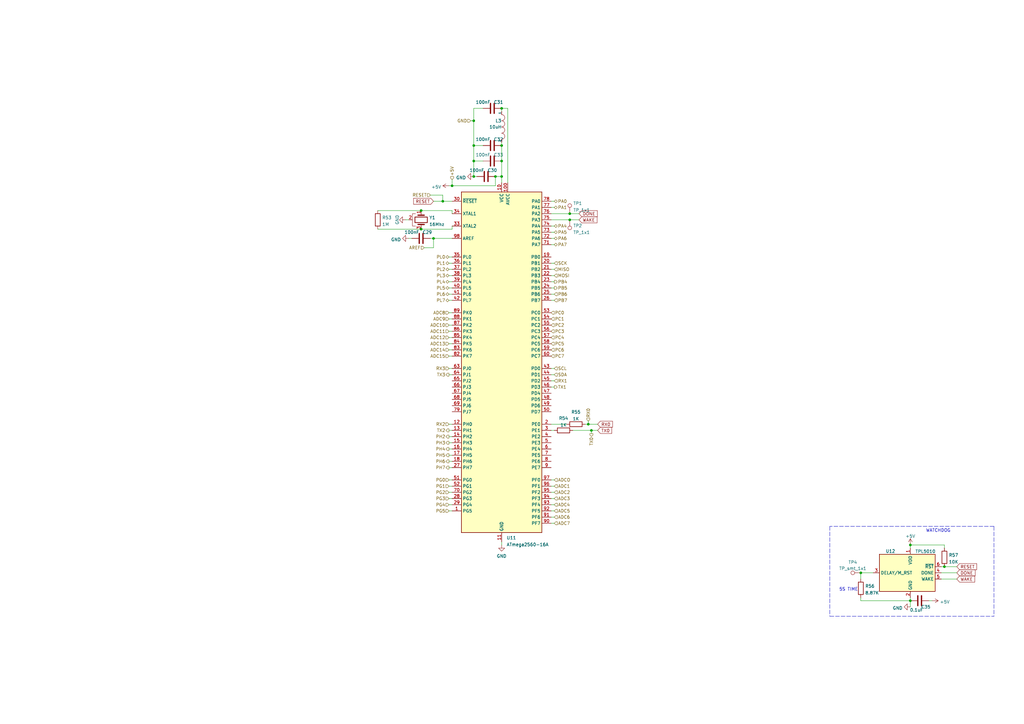
<source format=kicad_sch>
(kicad_sch (version 20211123) (generator eeschema)

  (uuid fd65f7d5-0f19-4db1-9242-630af04f4aca)

  (paper "A3")

  (title_block
    (title "microcontroller 2560")
    (rev "Cainã C.")
    (company "AtomSat")
  )

  (lib_symbols
    (symbol "1K_Custom_Symbol:TP_1x1" (pin_numbers hide) (pin_names (offset 0.762) hide) (in_bom yes) (on_board yes)
      (property "Reference" "TP" (id 0) (at 0 6.858 0)
        (effects (font (size 1.27 1.27)))
      )
      (property "Value" "TP_1x1" (id 1) (at 0 5.08 0)
        (effects (font (size 1.27 1.27)))
      )
      (property "Footprint" "TestPoint:TestPoint_THTPad_1.0x1.0mm_Drill0.5mm" (id 2) (at 5.08 0 0)
        (effects (font (size 1.27 1.27)) hide)
      )
      (property "Datasheet" "" (id 3) (at 5.08 0 0)
        (effects (font (size 1.27 1.27)) hide)
      )
      (property "ki_fp_filters" "Pin* Test*" (id 4) (at 0 0 0)
        (effects (font (size 1.27 1.27)) hide)
      )
      (symbol "TP_1x1_0_1"
        (circle (center 0 3.302) (radius 0.762)
          (stroke (width 0) (type default) (color 0 0 0 0))
          (fill (type none))
        )
      )
      (symbol "TP_1x1_1_1"
        (pin passive line (at 0 0 90) (length 2.54)
          (name "1" (effects (font (size 1.27 1.27))))
          (number "1" (effects (font (size 1.27 1.27))))
        )
      )
    )
    (symbol "1K_Custom_Symbol:TP_smt_1x1" (pin_numbers hide) (pin_names (offset 0.762) hide) (in_bom yes) (on_board yes)
      (property "Reference" "TP" (id 0) (at 0 6.858 0)
        (effects (font (size 1.27 1.27)))
      )
      (property "Value" "TP_smt_1x1" (id 1) (at 0 5.08 0)
        (effects (font (size 1.27 1.27)))
      )
      (property "Footprint" "TestPoint:TestPoint_Pad_1.0x1.0mm" (id 2) (at 5.08 0 0)
        (effects (font (size 1.27 1.27)) hide)
      )
      (property "Datasheet" "" (id 3) (at 5.08 0 0)
        (effects (font (size 1.27 1.27)) hide)
      )
      (property "ki_fp_filters" "Pin* Test*" (id 4) (at 0 0 0)
        (effects (font (size 1.27 1.27)) hide)
      )
      (symbol "TP_smt_1x1_0_1"
        (circle (center 0 3.302) (radius 0.762)
          (stroke (width 0) (type default) (color 0 0 0 0))
          (fill (type none))
        )
      )
      (symbol "TP_smt_1x1_1_1"
        (pin passive line (at 0 0 90) (length 2.54)
          (name "1" (effects (font (size 1.27 1.27))))
          (number "1" (effects (font (size 1.27 1.27))))
        )
      )
    )
    (symbol "Device:C" (pin_numbers hide) (pin_names (offset 0.254)) (in_bom yes) (on_board yes)
      (property "Reference" "C" (id 0) (at 0.635 2.54 0)
        (effects (font (size 1.27 1.27)) (justify left))
      )
      (property "Value" "C" (id 1) (at 0.635 -2.54 0)
        (effects (font (size 1.27 1.27)) (justify left))
      )
      (property "Footprint" "" (id 2) (at 0.9652 -3.81 0)
        (effects (font (size 1.27 1.27)) hide)
      )
      (property "Datasheet" "~" (id 3) (at 0 0 0)
        (effects (font (size 1.27 1.27)) hide)
      )
      (property "ki_keywords" "cap capacitor" (id 4) (at 0 0 0)
        (effects (font (size 1.27 1.27)) hide)
      )
      (property "ki_description" "Unpolarized capacitor" (id 5) (at 0 0 0)
        (effects (font (size 1.27 1.27)) hide)
      )
      (property "ki_fp_filters" "C_*" (id 6) (at 0 0 0)
        (effects (font (size 1.27 1.27)) hide)
      )
      (symbol "C_0_1"
        (polyline
          (pts
            (xy -2.032 -0.762)
            (xy 2.032 -0.762)
          )
          (stroke (width 0.508) (type default) (color 0 0 0 0))
          (fill (type none))
        )
        (polyline
          (pts
            (xy -2.032 0.762)
            (xy 2.032 0.762)
          )
          (stroke (width 0.508) (type default) (color 0 0 0 0))
          (fill (type none))
        )
      )
      (symbol "C_1_1"
        (pin passive line (at 0 3.81 270) (length 2.794)
          (name "~" (effects (font (size 1.27 1.27))))
          (number "1" (effects (font (size 1.27 1.27))))
        )
        (pin passive line (at 0 -3.81 90) (length 2.794)
          (name "~" (effects (font (size 1.27 1.27))))
          (number "2" (effects (font (size 1.27 1.27))))
        )
      )
    )
    (symbol "Device:Crystal_GND2" (pin_names (offset 1.016) hide) (in_bom yes) (on_board yes)
      (property "Reference" "Y" (id 0) (at 0 5.715 0)
        (effects (font (size 1.27 1.27)))
      )
      (property "Value" "Crystal_GND2" (id 1) (at 0 3.81 0)
        (effects (font (size 1.27 1.27)))
      )
      (property "Footprint" "" (id 2) (at 0 0 0)
        (effects (font (size 1.27 1.27)) hide)
      )
      (property "Datasheet" "~" (id 3) (at 0 0 0)
        (effects (font (size 1.27 1.27)) hide)
      )
      (property "ki_keywords" "quartz ceramic resonator oscillator" (id 4) (at 0 0 0)
        (effects (font (size 1.27 1.27)) hide)
      )
      (property "ki_description" "Three pin crystal, GND on pin 2" (id 5) (at 0 0 0)
        (effects (font (size 1.27 1.27)) hide)
      )
      (property "ki_fp_filters" "Crystal*" (id 6) (at 0 0 0)
        (effects (font (size 1.27 1.27)) hide)
      )
      (symbol "Crystal_GND2_0_1"
        (rectangle (start -1.143 2.54) (end 1.143 -2.54)
          (stroke (width 0.3048) (type default) (color 0 0 0 0))
          (fill (type none))
        )
        (polyline
          (pts
            (xy -2.54 0)
            (xy -1.905 0)
          )
          (stroke (width 0) (type default) (color 0 0 0 0))
          (fill (type none))
        )
        (polyline
          (pts
            (xy -1.905 -1.27)
            (xy -1.905 1.27)
          )
          (stroke (width 0.508) (type default) (color 0 0 0 0))
          (fill (type none))
        )
        (polyline
          (pts
            (xy 0 -3.81)
            (xy 0 -3.556)
          )
          (stroke (width 0) (type default) (color 0 0 0 0))
          (fill (type none))
        )
        (polyline
          (pts
            (xy 1.905 0)
            (xy 2.54 0)
          )
          (stroke (width 0) (type default) (color 0 0 0 0))
          (fill (type none))
        )
        (polyline
          (pts
            (xy 1.905 1.27)
            (xy 1.905 -1.27)
          )
          (stroke (width 0.508) (type default) (color 0 0 0 0))
          (fill (type none))
        )
        (polyline
          (pts
            (xy -2.54 -2.286)
            (xy -2.54 -3.556)
            (xy 2.54 -3.556)
            (xy 2.54 -2.286)
          )
          (stroke (width 0) (type default) (color 0 0 0 0))
          (fill (type none))
        )
      )
      (symbol "Crystal_GND2_1_1"
        (pin passive line (at -3.81 0 0) (length 1.27)
          (name "1" (effects (font (size 1.27 1.27))))
          (number "1" (effects (font (size 1.27 1.27))))
        )
        (pin passive line (at 0 -5.08 90) (length 1.27)
          (name "2" (effects (font (size 1.27 1.27))))
          (number "2" (effects (font (size 1.27 1.27))))
        )
        (pin passive line (at 3.81 0 180) (length 1.27)
          (name "3" (effects (font (size 1.27 1.27))))
          (number "3" (effects (font (size 1.27 1.27))))
        )
      )
    )
    (symbol "Device:R" (pin_numbers hide) (pin_names (offset 0)) (in_bom yes) (on_board yes)
      (property "Reference" "R" (id 0) (at 2.032 0 90)
        (effects (font (size 1.27 1.27)))
      )
      (property "Value" "R" (id 1) (at 0 0 90)
        (effects (font (size 1.27 1.27)))
      )
      (property "Footprint" "" (id 2) (at -1.778 0 90)
        (effects (font (size 1.27 1.27)) hide)
      )
      (property "Datasheet" "~" (id 3) (at 0 0 0)
        (effects (font (size 1.27 1.27)) hide)
      )
      (property "ki_keywords" "R res resistor" (id 4) (at 0 0 0)
        (effects (font (size 1.27 1.27)) hide)
      )
      (property "ki_description" "Resistor" (id 5) (at 0 0 0)
        (effects (font (size 1.27 1.27)) hide)
      )
      (property "ki_fp_filters" "R_*" (id 6) (at 0 0 0)
        (effects (font (size 1.27 1.27)) hide)
      )
      (symbol "R_0_1"
        (rectangle (start -1.016 -2.54) (end 1.016 2.54)
          (stroke (width 0.254) (type default) (color 0 0 0 0))
          (fill (type none))
        )
      )
      (symbol "R_1_1"
        (pin passive line (at 0 3.81 270) (length 1.27)
          (name "~" (effects (font (size 1.27 1.27))))
          (number "1" (effects (font (size 1.27 1.27))))
        )
        (pin passive line (at 0 -3.81 90) (length 1.27)
          (name "~" (effects (font (size 1.27 1.27))))
          (number "2" (effects (font (size 1.27 1.27))))
        )
      )
    )
    (symbol "MCU_Microchip_ATmega:ATmega2560-16A" (in_bom yes) (on_board yes)
      (property "Reference" "U" (id 0) (at 0 1.27 0)
        (effects (font (size 1.27 1.27)) (justify bottom))
      )
      (property "Value" "ATmega2560-16A" (id 1) (at 0 -1.27 0)
        (effects (font (size 1.27 1.27)) (justify top))
      )
      (property "Footprint" "Package_QFP:TQFP-100_14x14mm_P0.5mm" (id 2) (at 0 0 0)
        (effects (font (size 1.27 1.27) italic) hide)
      )
      (property "Datasheet" "http://ww1.microchip.com/downloads/en/DeviceDoc/Atmel-2549-8-bit-AVR-Microcontroller-ATmega640-1280-1281-2560-2561_datasheet.pdf" (id 3) (at 0 0 0)
        (effects (font (size 1.27 1.27)) hide)
      )
      (property "ki_keywords" "AVR 8bit Microcontroller MegaAVR" (id 4) (at 0 0 0)
        (effects (font (size 1.27 1.27)) hide)
      )
      (property "ki_description" "16MHz, 256kB Flash, 8kB SRAM, 4kB EEPROM, JTAG, TQFP-100" (id 5) (at 0 0 0)
        (effects (font (size 1.27 1.27)) hide)
      )
      (property "ki_fp_filters" "TQFP*14x14mm*P0.5mm*" (id 6) (at 0 0 0)
        (effects (font (size 1.27 1.27)) hide)
      )
      (symbol "ATmega2560-16A_0_1"
        (rectangle (start -16.51 -69.85) (end 16.51 69.85)
          (stroke (width 0.254) (type default) (color 0 0 0 0))
          (fill (type background))
        )
      )
      (symbol "ATmega2560-16A_1_1"
        (pin bidirectional line (at -20.32 -60.96 0) (length 3.81)
          (name "PG5" (effects (font (size 1.27 1.27))))
          (number "1" (effects (font (size 1.27 1.27))))
        )
        (pin power_in line (at 0 73.66 270) (length 3.81)
          (name "VCC" (effects (font (size 1.27 1.27))))
          (number "10" (effects (font (size 1.27 1.27))))
        )
        (pin power_in line (at 2.54 73.66 270) (length 3.81)
          (name "AVCC" (effects (font (size 1.27 1.27))))
          (number "100" (effects (font (size 1.27 1.27))))
        )
        (pin power_in line (at 0 -73.66 90) (length 3.81)
          (name "GND" (effects (font (size 1.27 1.27))))
          (number "11" (effects (font (size 1.27 1.27))))
        )
        (pin bidirectional line (at -20.32 -25.4 0) (length 3.81)
          (name "PH0" (effects (font (size 1.27 1.27))))
          (number "12" (effects (font (size 1.27 1.27))))
        )
        (pin bidirectional line (at -20.32 -27.94 0) (length 3.81)
          (name "PH1" (effects (font (size 1.27 1.27))))
          (number "13" (effects (font (size 1.27 1.27))))
        )
        (pin bidirectional line (at -20.32 -30.48 0) (length 3.81)
          (name "PH2" (effects (font (size 1.27 1.27))))
          (number "14" (effects (font (size 1.27 1.27))))
        )
        (pin bidirectional line (at -20.32 -33.02 0) (length 3.81)
          (name "PH3" (effects (font (size 1.27 1.27))))
          (number "15" (effects (font (size 1.27 1.27))))
        )
        (pin bidirectional line (at -20.32 -35.56 0) (length 3.81)
          (name "PH4" (effects (font (size 1.27 1.27))))
          (number "16" (effects (font (size 1.27 1.27))))
        )
        (pin bidirectional line (at -20.32 -38.1 0) (length 3.81)
          (name "PH5" (effects (font (size 1.27 1.27))))
          (number "17" (effects (font (size 1.27 1.27))))
        )
        (pin bidirectional line (at -20.32 -40.64 0) (length 3.81)
          (name "PH6" (effects (font (size 1.27 1.27))))
          (number "18" (effects (font (size 1.27 1.27))))
        )
        (pin bidirectional line (at 20.32 43.18 180) (length 3.81)
          (name "PB0" (effects (font (size 1.27 1.27))))
          (number "19" (effects (font (size 1.27 1.27))))
        )
        (pin bidirectional line (at 20.32 -25.4 180) (length 3.81)
          (name "PE0" (effects (font (size 1.27 1.27))))
          (number "2" (effects (font (size 1.27 1.27))))
        )
        (pin bidirectional line (at 20.32 40.64 180) (length 3.81)
          (name "PB1" (effects (font (size 1.27 1.27))))
          (number "20" (effects (font (size 1.27 1.27))))
        )
        (pin bidirectional line (at 20.32 38.1 180) (length 3.81)
          (name "PB2" (effects (font (size 1.27 1.27))))
          (number "21" (effects (font (size 1.27 1.27))))
        )
        (pin bidirectional line (at 20.32 35.56 180) (length 3.81)
          (name "PB3" (effects (font (size 1.27 1.27))))
          (number "22" (effects (font (size 1.27 1.27))))
        )
        (pin bidirectional line (at 20.32 33.02 180) (length 3.81)
          (name "PB4" (effects (font (size 1.27 1.27))))
          (number "23" (effects (font (size 1.27 1.27))))
        )
        (pin bidirectional line (at 20.32 30.48 180) (length 3.81)
          (name "PB5" (effects (font (size 1.27 1.27))))
          (number "24" (effects (font (size 1.27 1.27))))
        )
        (pin bidirectional line (at 20.32 27.94 180) (length 3.81)
          (name "PB6" (effects (font (size 1.27 1.27))))
          (number "25" (effects (font (size 1.27 1.27))))
        )
        (pin bidirectional line (at 20.32 25.4 180) (length 3.81)
          (name "PB7" (effects (font (size 1.27 1.27))))
          (number "26" (effects (font (size 1.27 1.27))))
        )
        (pin bidirectional line (at -20.32 -43.18 0) (length 3.81)
          (name "PH7" (effects (font (size 1.27 1.27))))
          (number "27" (effects (font (size 1.27 1.27))))
        )
        (pin bidirectional line (at -20.32 -55.88 0) (length 3.81)
          (name "PG3" (effects (font (size 1.27 1.27))))
          (number "28" (effects (font (size 1.27 1.27))))
        )
        (pin bidirectional line (at -20.32 -58.42 0) (length 3.81)
          (name "PG4" (effects (font (size 1.27 1.27))))
          (number "29" (effects (font (size 1.27 1.27))))
        )
        (pin bidirectional line (at 20.32 -27.94 180) (length 3.81)
          (name "PE1" (effects (font (size 1.27 1.27))))
          (number "3" (effects (font (size 1.27 1.27))))
        )
        (pin input line (at -20.32 66.04 0) (length 3.81)
          (name "~{RESET}" (effects (font (size 1.27 1.27))))
          (number "30" (effects (font (size 1.27 1.27))))
        )
        (pin passive line (at 0 73.66 270) (length 3.81) hide
          (name "VCC" (effects (font (size 1.27 1.27))))
          (number "31" (effects (font (size 1.27 1.27))))
        )
        (pin passive line (at 0 -73.66 90) (length 3.81) hide
          (name "GND" (effects (font (size 1.27 1.27))))
          (number "32" (effects (font (size 1.27 1.27))))
        )
        (pin output line (at -20.32 55.88 0) (length 3.81)
          (name "XTAL2" (effects (font (size 1.27 1.27))))
          (number "33" (effects (font (size 1.27 1.27))))
        )
        (pin input line (at -20.32 60.96 0) (length 3.81)
          (name "XTAL1" (effects (font (size 1.27 1.27))))
          (number "34" (effects (font (size 1.27 1.27))))
        )
        (pin bidirectional line (at -20.32 43.18 0) (length 3.81)
          (name "PL0" (effects (font (size 1.27 1.27))))
          (number "35" (effects (font (size 1.27 1.27))))
        )
        (pin bidirectional line (at -20.32 40.64 0) (length 3.81)
          (name "PL1" (effects (font (size 1.27 1.27))))
          (number "36" (effects (font (size 1.27 1.27))))
        )
        (pin bidirectional line (at -20.32 38.1 0) (length 3.81)
          (name "PL2" (effects (font (size 1.27 1.27))))
          (number "37" (effects (font (size 1.27 1.27))))
        )
        (pin bidirectional line (at -20.32 35.56 0) (length 3.81)
          (name "PL3" (effects (font (size 1.27 1.27))))
          (number "38" (effects (font (size 1.27 1.27))))
        )
        (pin bidirectional line (at -20.32 33.02 0) (length 3.81)
          (name "PL4" (effects (font (size 1.27 1.27))))
          (number "39" (effects (font (size 1.27 1.27))))
        )
        (pin bidirectional line (at 20.32 -30.48 180) (length 3.81)
          (name "PE2" (effects (font (size 1.27 1.27))))
          (number "4" (effects (font (size 1.27 1.27))))
        )
        (pin bidirectional line (at -20.32 30.48 0) (length 3.81)
          (name "PL5" (effects (font (size 1.27 1.27))))
          (number "40" (effects (font (size 1.27 1.27))))
        )
        (pin bidirectional line (at -20.32 27.94 0) (length 3.81)
          (name "PL6" (effects (font (size 1.27 1.27))))
          (number "41" (effects (font (size 1.27 1.27))))
        )
        (pin bidirectional line (at -20.32 25.4 0) (length 3.81)
          (name "PL7" (effects (font (size 1.27 1.27))))
          (number "42" (effects (font (size 1.27 1.27))))
        )
        (pin bidirectional line (at 20.32 -2.54 180) (length 3.81)
          (name "PD0" (effects (font (size 1.27 1.27))))
          (number "43" (effects (font (size 1.27 1.27))))
        )
        (pin bidirectional line (at 20.32 -5.08 180) (length 3.81)
          (name "PD1" (effects (font (size 1.27 1.27))))
          (number "44" (effects (font (size 1.27 1.27))))
        )
        (pin bidirectional line (at 20.32 -7.62 180) (length 3.81)
          (name "PD2" (effects (font (size 1.27 1.27))))
          (number "45" (effects (font (size 1.27 1.27))))
        )
        (pin bidirectional line (at 20.32 -10.16 180) (length 3.81)
          (name "PD3" (effects (font (size 1.27 1.27))))
          (number "46" (effects (font (size 1.27 1.27))))
        )
        (pin bidirectional line (at 20.32 -12.7 180) (length 3.81)
          (name "PD4" (effects (font (size 1.27 1.27))))
          (number "47" (effects (font (size 1.27 1.27))))
        )
        (pin bidirectional line (at 20.32 -15.24 180) (length 3.81)
          (name "PD5" (effects (font (size 1.27 1.27))))
          (number "48" (effects (font (size 1.27 1.27))))
        )
        (pin bidirectional line (at 20.32 -17.78 180) (length 3.81)
          (name "PD6" (effects (font (size 1.27 1.27))))
          (number "49" (effects (font (size 1.27 1.27))))
        )
        (pin bidirectional line (at 20.32 -33.02 180) (length 3.81)
          (name "PE3" (effects (font (size 1.27 1.27))))
          (number "5" (effects (font (size 1.27 1.27))))
        )
        (pin bidirectional line (at 20.32 -20.32 180) (length 3.81)
          (name "PD7" (effects (font (size 1.27 1.27))))
          (number "50" (effects (font (size 1.27 1.27))))
        )
        (pin bidirectional line (at -20.32 -48.26 0) (length 3.81)
          (name "PG0" (effects (font (size 1.27 1.27))))
          (number "51" (effects (font (size 1.27 1.27))))
        )
        (pin bidirectional line (at -20.32 -50.8 0) (length 3.81)
          (name "PG1" (effects (font (size 1.27 1.27))))
          (number "52" (effects (font (size 1.27 1.27))))
        )
        (pin bidirectional line (at 20.32 20.32 180) (length 3.81)
          (name "PC0" (effects (font (size 1.27 1.27))))
          (number "53" (effects (font (size 1.27 1.27))))
        )
        (pin bidirectional line (at 20.32 17.78 180) (length 3.81)
          (name "PC1" (effects (font (size 1.27 1.27))))
          (number "54" (effects (font (size 1.27 1.27))))
        )
        (pin bidirectional line (at 20.32 15.24 180) (length 3.81)
          (name "PC2" (effects (font (size 1.27 1.27))))
          (number "55" (effects (font (size 1.27 1.27))))
        )
        (pin bidirectional line (at 20.32 12.7 180) (length 3.81)
          (name "PC3" (effects (font (size 1.27 1.27))))
          (number "56" (effects (font (size 1.27 1.27))))
        )
        (pin bidirectional line (at 20.32 10.16 180) (length 3.81)
          (name "PC4" (effects (font (size 1.27 1.27))))
          (number "57" (effects (font (size 1.27 1.27))))
        )
        (pin bidirectional line (at 20.32 7.62 180) (length 3.81)
          (name "PC5" (effects (font (size 1.27 1.27))))
          (number "58" (effects (font (size 1.27 1.27))))
        )
        (pin bidirectional line (at 20.32 5.08 180) (length 3.81)
          (name "PC6" (effects (font (size 1.27 1.27))))
          (number "59" (effects (font (size 1.27 1.27))))
        )
        (pin bidirectional line (at 20.32 -35.56 180) (length 3.81)
          (name "PE4" (effects (font (size 1.27 1.27))))
          (number "6" (effects (font (size 1.27 1.27))))
        )
        (pin bidirectional line (at 20.32 2.54 180) (length 3.81)
          (name "PC7" (effects (font (size 1.27 1.27))))
          (number "60" (effects (font (size 1.27 1.27))))
        )
        (pin passive line (at 0 73.66 270) (length 3.81) hide
          (name "VCC" (effects (font (size 1.27 1.27))))
          (number "61" (effects (font (size 1.27 1.27))))
        )
        (pin passive line (at 0 -73.66 90) (length 3.81) hide
          (name "GND" (effects (font (size 1.27 1.27))))
          (number "62" (effects (font (size 1.27 1.27))))
        )
        (pin bidirectional line (at -20.32 -2.54 0) (length 3.81)
          (name "PJ0" (effects (font (size 1.27 1.27))))
          (number "63" (effects (font (size 1.27 1.27))))
        )
        (pin bidirectional line (at -20.32 -5.08 0) (length 3.81)
          (name "PJ1" (effects (font (size 1.27 1.27))))
          (number "64" (effects (font (size 1.27 1.27))))
        )
        (pin bidirectional line (at -20.32 -7.62 0) (length 3.81)
          (name "PJ2" (effects (font (size 1.27 1.27))))
          (number "65" (effects (font (size 1.27 1.27))))
        )
        (pin bidirectional line (at -20.32 -10.16 0) (length 3.81)
          (name "PJ3" (effects (font (size 1.27 1.27))))
          (number "66" (effects (font (size 1.27 1.27))))
        )
        (pin bidirectional line (at -20.32 -12.7 0) (length 3.81)
          (name "PJ4" (effects (font (size 1.27 1.27))))
          (number "67" (effects (font (size 1.27 1.27))))
        )
        (pin bidirectional line (at -20.32 -15.24 0) (length 3.81)
          (name "PJ5" (effects (font (size 1.27 1.27))))
          (number "68" (effects (font (size 1.27 1.27))))
        )
        (pin bidirectional line (at -20.32 -17.78 0) (length 3.81)
          (name "PJ6" (effects (font (size 1.27 1.27))))
          (number "69" (effects (font (size 1.27 1.27))))
        )
        (pin bidirectional line (at 20.32 -38.1 180) (length 3.81)
          (name "PE5" (effects (font (size 1.27 1.27))))
          (number "7" (effects (font (size 1.27 1.27))))
        )
        (pin bidirectional line (at -20.32 -53.34 0) (length 3.81)
          (name "PG2" (effects (font (size 1.27 1.27))))
          (number "70" (effects (font (size 1.27 1.27))))
        )
        (pin bidirectional line (at 20.32 48.26 180) (length 3.81)
          (name "PA7" (effects (font (size 1.27 1.27))))
          (number "71" (effects (font (size 1.27 1.27))))
        )
        (pin bidirectional line (at 20.32 50.8 180) (length 3.81)
          (name "PA6" (effects (font (size 1.27 1.27))))
          (number "72" (effects (font (size 1.27 1.27))))
        )
        (pin bidirectional line (at 20.32 53.34 180) (length 3.81)
          (name "PA5" (effects (font (size 1.27 1.27))))
          (number "73" (effects (font (size 1.27 1.27))))
        )
        (pin bidirectional line (at 20.32 55.88 180) (length 3.81)
          (name "PA4" (effects (font (size 1.27 1.27))))
          (number "74" (effects (font (size 1.27 1.27))))
        )
        (pin bidirectional line (at 20.32 58.42 180) (length 3.81)
          (name "PA3" (effects (font (size 1.27 1.27))))
          (number "75" (effects (font (size 1.27 1.27))))
        )
        (pin bidirectional line (at 20.32 60.96 180) (length 3.81)
          (name "PA2" (effects (font (size 1.27 1.27))))
          (number "76" (effects (font (size 1.27 1.27))))
        )
        (pin bidirectional line (at 20.32 63.5 180) (length 3.81)
          (name "PA1" (effects (font (size 1.27 1.27))))
          (number "77" (effects (font (size 1.27 1.27))))
        )
        (pin bidirectional line (at 20.32 66.04 180) (length 3.81)
          (name "PA0" (effects (font (size 1.27 1.27))))
          (number "78" (effects (font (size 1.27 1.27))))
        )
        (pin bidirectional line (at -20.32 -20.32 0) (length 3.81)
          (name "PJ7" (effects (font (size 1.27 1.27))))
          (number "79" (effects (font (size 1.27 1.27))))
        )
        (pin bidirectional line (at 20.32 -40.64 180) (length 3.81)
          (name "PE6" (effects (font (size 1.27 1.27))))
          (number "8" (effects (font (size 1.27 1.27))))
        )
        (pin passive line (at 0 73.66 270) (length 3.81) hide
          (name "VCC" (effects (font (size 1.27 1.27))))
          (number "80" (effects (font (size 1.27 1.27))))
        )
        (pin passive line (at 0 -73.66 90) (length 3.81) hide
          (name "GND" (effects (font (size 1.27 1.27))))
          (number "81" (effects (font (size 1.27 1.27))))
        )
        (pin bidirectional line (at -20.32 2.54 0) (length 3.81)
          (name "PK7" (effects (font (size 1.27 1.27))))
          (number "82" (effects (font (size 1.27 1.27))))
        )
        (pin bidirectional line (at -20.32 5.08 0) (length 3.81)
          (name "PK6" (effects (font (size 1.27 1.27))))
          (number "83" (effects (font (size 1.27 1.27))))
        )
        (pin bidirectional line (at -20.32 7.62 0) (length 3.81)
          (name "PK5" (effects (font (size 1.27 1.27))))
          (number "84" (effects (font (size 1.27 1.27))))
        )
        (pin bidirectional line (at -20.32 10.16 0) (length 3.81)
          (name "PK4" (effects (font (size 1.27 1.27))))
          (number "85" (effects (font (size 1.27 1.27))))
        )
        (pin bidirectional line (at -20.32 12.7 0) (length 3.81)
          (name "PK3" (effects (font (size 1.27 1.27))))
          (number "86" (effects (font (size 1.27 1.27))))
        )
        (pin bidirectional line (at -20.32 15.24 0) (length 3.81)
          (name "PK2" (effects (font (size 1.27 1.27))))
          (number "87" (effects (font (size 1.27 1.27))))
        )
        (pin bidirectional line (at -20.32 17.78 0) (length 3.81)
          (name "PK1" (effects (font (size 1.27 1.27))))
          (number "88" (effects (font (size 1.27 1.27))))
        )
        (pin bidirectional line (at -20.32 20.32 0) (length 3.81)
          (name "PK0" (effects (font (size 1.27 1.27))))
          (number "89" (effects (font (size 1.27 1.27))))
        )
        (pin bidirectional line (at 20.32 -43.18 180) (length 3.81)
          (name "PE7" (effects (font (size 1.27 1.27))))
          (number "9" (effects (font (size 1.27 1.27))))
        )
        (pin bidirectional line (at 20.32 -66.04 180) (length 3.81)
          (name "PF7" (effects (font (size 1.27 1.27))))
          (number "90" (effects (font (size 1.27 1.27))))
        )
        (pin bidirectional line (at 20.32 -63.5 180) (length 3.81)
          (name "PF6" (effects (font (size 1.27 1.27))))
          (number "91" (effects (font (size 1.27 1.27))))
        )
        (pin bidirectional line (at 20.32 -60.96 180) (length 3.81)
          (name "PF5" (effects (font (size 1.27 1.27))))
          (number "92" (effects (font (size 1.27 1.27))))
        )
        (pin bidirectional line (at 20.32 -58.42 180) (length 3.81)
          (name "PF4" (effects (font (size 1.27 1.27))))
          (number "93" (effects (font (size 1.27 1.27))))
        )
        (pin bidirectional line (at 20.32 -55.88 180) (length 3.81)
          (name "PF3" (effects (font (size 1.27 1.27))))
          (number "94" (effects (font (size 1.27 1.27))))
        )
        (pin bidirectional line (at 20.32 -53.34 180) (length 3.81)
          (name "PF2" (effects (font (size 1.27 1.27))))
          (number "95" (effects (font (size 1.27 1.27))))
        )
        (pin bidirectional line (at 20.32 -50.8 180) (length 3.81)
          (name "PF1" (effects (font (size 1.27 1.27))))
          (number "96" (effects (font (size 1.27 1.27))))
        )
        (pin bidirectional line (at 20.32 -48.26 180) (length 3.81)
          (name "PF0" (effects (font (size 1.27 1.27))))
          (number "97" (effects (font (size 1.27 1.27))))
        )
        (pin passive line (at -20.32 50.8 0) (length 3.81)
          (name "AREF" (effects (font (size 1.27 1.27))))
          (number "98" (effects (font (size 1.27 1.27))))
        )
        (pin passive line (at 0 -73.66 90) (length 3.81) hide
          (name "GND" (effects (font (size 1.27 1.27))))
          (number "99" (effects (font (size 1.27 1.27))))
        )
      )
    )
    (symbol "Timer:TPL5010" (in_bom yes) (on_board yes)
      (property "Reference" "U" (id 0) (at -8.89 8.89 0)
        (effects (font (size 1.27 1.27)))
      )
      (property "Value" "TPL5010" (id 1) (at 6.35 8.89 0)
        (effects (font (size 1.27 1.27)))
      )
      (property "Footprint" "Package_TO_SOT_SMD:SOT-23-6" (id 2) (at 0 0 0)
        (effects (font (size 1.27 1.27)) hide)
      )
      (property "Datasheet" "http://www.ti.com/lit/ds/symlink/tpl5010.pdf" (id 3) (at -5.08 -7.62 0)
        (effects (font (size 1.27 1.27)) hide)
      )
      (property "ki_keywords" "timer watchdog nano wake done" (id 4) (at 0 0 0)
        (effects (font (size 1.27 1.27)) hide)
      )
      (property "ki_description" "Timer, Nano Power, Watchdog, 35 nA, 100 ms to 7200 s, VDD 1.8V to 5.5V, Iout max 1mA" (id 5) (at 0 0 0)
        (effects (font (size 1.27 1.27)) hide)
      )
      (property "ki_fp_filters" "SOT?23*" (id 6) (at 0 0 0)
        (effects (font (size 1.27 1.27)) hide)
      )
      (symbol "TPL5010_0_1"
        (rectangle (start -12.7 7.62) (end 10.16 -7.62)
          (stroke (width 0.254) (type default) (color 0 0 0 0))
          (fill (type background))
        )
      )
      (symbol "TPL5010_1_1"
        (pin power_in line (at 0 10.16 270) (length 2.54)
          (name "VDD" (effects (font (size 1.27 1.27))))
          (number "1" (effects (font (size 1.27 1.27))))
        )
        (pin power_in line (at 0 -10.16 90) (length 2.54)
          (name "GND" (effects (font (size 1.27 1.27))))
          (number "2" (effects (font (size 1.27 1.27))))
        )
        (pin input line (at -15.24 0 0) (length 2.54)
          (name "DELAY/M_RST" (effects (font (size 1.27 1.27))))
          (number "3" (effects (font (size 1.27 1.27))))
        )
        (pin input line (at 12.7 0 180) (length 2.54)
          (name "DONE" (effects (font (size 1.27 1.27))))
          (number "4" (effects (font (size 1.27 1.27))))
        )
        (pin output line (at 12.7 -2.54 180) (length 2.54)
          (name "WAKE" (effects (font (size 1.27 1.27))))
          (number "5" (effects (font (size 1.27 1.27))))
        )
        (pin open_collector line (at 12.7 2.54 180) (length 2.54)
          (name "~{RST}" (effects (font (size 1.27 1.27))))
          (number "6" (effects (font (size 1.27 1.27))))
        )
      )
    )
    (symbol "power:+5V" (power) (pin_names (offset 0)) (in_bom yes) (on_board yes)
      (property "Reference" "#PWR" (id 0) (at 0 -3.81 0)
        (effects (font (size 1.27 1.27)) hide)
      )
      (property "Value" "+5V" (id 1) (at 0 3.556 0)
        (effects (font (size 1.27 1.27)))
      )
      (property "Footprint" "" (id 2) (at 0 0 0)
        (effects (font (size 1.27 1.27)) hide)
      )
      (property "Datasheet" "" (id 3) (at 0 0 0)
        (effects (font (size 1.27 1.27)) hide)
      )
      (property "ki_keywords" "power-flag" (id 4) (at 0 0 0)
        (effects (font (size 1.27 1.27)) hide)
      )
      (property "ki_description" "Power symbol creates a global label with name \"+5V\"" (id 5) (at 0 0 0)
        (effects (font (size 1.27 1.27)) hide)
      )
      (symbol "+5V_0_1"
        (polyline
          (pts
            (xy -0.762 1.27)
            (xy 0 2.54)
          )
          (stroke (width 0) (type default) (color 0 0 0 0))
          (fill (type none))
        )
        (polyline
          (pts
            (xy 0 0)
            (xy 0 2.54)
          )
          (stroke (width 0) (type default) (color 0 0 0 0))
          (fill (type none))
        )
        (polyline
          (pts
            (xy 0 2.54)
            (xy 0.762 1.27)
          )
          (stroke (width 0) (type default) (color 0 0 0 0))
          (fill (type none))
        )
      )
      (symbol "+5V_1_1"
        (pin power_in line (at 0 0 90) (length 0) hide
          (name "+5V" (effects (font (size 1.27 1.27))))
          (number "1" (effects (font (size 1.27 1.27))))
        )
      )
    )
    (symbol "power:GND" (power) (pin_names (offset 0)) (in_bom yes) (on_board yes)
      (property "Reference" "#PWR" (id 0) (at 0 -6.35 0)
        (effects (font (size 1.27 1.27)) hide)
      )
      (property "Value" "GND" (id 1) (at 0 -3.81 0)
        (effects (font (size 1.27 1.27)))
      )
      (property "Footprint" "" (id 2) (at 0 0 0)
        (effects (font (size 1.27 1.27)) hide)
      )
      (property "Datasheet" "" (id 3) (at 0 0 0)
        (effects (font (size 1.27 1.27)) hide)
      )
      (property "ki_keywords" "power-flag" (id 4) (at 0 0 0)
        (effects (font (size 1.27 1.27)) hide)
      )
      (property "ki_description" "Power symbol creates a global label with name \"GND\" , ground" (id 5) (at 0 0 0)
        (effects (font (size 1.27 1.27)) hide)
      )
      (symbol "GND_0_1"
        (polyline
          (pts
            (xy 0 0)
            (xy 0 -1.27)
            (xy 1.27 -1.27)
            (xy 0 -2.54)
            (xy -1.27 -1.27)
            (xy 0 -1.27)
          )
          (stroke (width 0) (type default) (color 0 0 0 0))
          (fill (type none))
        )
      )
      (symbol "GND_1_1"
        (pin power_in line (at 0 0 270) (length 0) hide
          (name "GND" (effects (font (size 1.27 1.27))))
          (number "1" (effects (font (size 1.27 1.27))))
        )
      )
    )
    (symbol "pspice:INDUCTOR" (pin_numbers hide) (pin_names (offset 0)) (in_bom yes) (on_board yes)
      (property "Reference" "L" (id 0) (at 0 2.54 0)
        (effects (font (size 1.27 1.27)))
      )
      (property "Value" "INDUCTOR" (id 1) (at 0 -1.27 0)
        (effects (font (size 1.27 1.27)))
      )
      (property "Footprint" "" (id 2) (at 0 0 0)
        (effects (font (size 1.27 1.27)) hide)
      )
      (property "Datasheet" "~" (id 3) (at 0 0 0)
        (effects (font (size 1.27 1.27)) hide)
      )
      (property "ki_keywords" "simulation" (id 4) (at 0 0 0)
        (effects (font (size 1.27 1.27)) hide)
      )
      (property "ki_description" "Inductor symbol for simulation only" (id 5) (at 0 0 0)
        (effects (font (size 1.27 1.27)) hide)
      )
      (symbol "INDUCTOR_0_1"
        (arc (start -2.54 0) (mid -3.81 1.27) (end -5.08 0)
          (stroke (width 0) (type default) (color 0 0 0 0))
          (fill (type none))
        )
        (arc (start 0 0) (mid -1.27 1.27) (end -2.54 0)
          (stroke (width 0) (type default) (color 0 0 0 0))
          (fill (type none))
        )
        (arc (start 2.54 0) (mid 1.27 1.27) (end 0 0)
          (stroke (width 0) (type default) (color 0 0 0 0))
          (fill (type none))
        )
        (arc (start 5.08 0) (mid 3.81 1.27) (end 2.54 0)
          (stroke (width 0) (type default) (color 0 0 0 0))
          (fill (type none))
        )
      )
      (symbol "INDUCTOR_1_1"
        (pin input line (at -6.35 0 0) (length 1.27)
          (name "1" (effects (font (size 0.762 0.762))))
          (number "1" (effects (font (size 0.762 0.762))))
        )
        (pin input line (at 6.35 0 180) (length 1.27)
          (name "2" (effects (font (size 0.762 0.762))))
          (number "2" (effects (font (size 0.762 0.762))))
        )
      )
    )
  )

  (junction (at 203.2 72.39) (diameter 0) (color 0 0 0 0)
    (uuid 09a92577-ad6b-4fa4-9502-b00cb2614c3d)
  )
  (junction (at 205.74 66.04) (diameter 0) (color 0 0 0 0)
    (uuid 0d086406-8c88-46e7-a04e-4312afccbce0)
  )
  (junction (at 172.72 86.36) (diameter 0) (color 0 0 0 0)
    (uuid 292bccff-0971-4cfe-9318-692920f745b3)
  )
  (junction (at 233.68 90.17) (diameter 0) (color 0 0 0 0)
    (uuid 3c57a2a4-0e9b-4509-a184-ca2b69e5fd94)
  )
  (junction (at 233.68 87.63) (diameter 0) (color 0 0 0 0)
    (uuid 41aa42ef-8da3-44b9-b6a8-f423e0a5b13d)
  )
  (junction (at 185.42 76.2) (diameter 0) (color 0 0 0 0)
    (uuid 60060b39-57f0-4f2c-a062-c391396cf2bf)
  )
  (junction (at 241.3 173.99) (diameter 0) (color 0 0 0 0)
    (uuid 60bbaa39-9c9d-4a42-a8b5-6af7a01af329)
  )
  (junction (at 194.31 59.69) (diameter 0) (color 0 0 0 0)
    (uuid 7c87e341-316f-475f-91a4-a20924468bad)
  )
  (junction (at 205.74 44.45) (diameter 0) (color 0 0 0 0)
    (uuid 83866f8b-566a-4559-bc8e-7637985bbf18)
  )
  (junction (at 373.38 223.52) (diameter 0) (color 0 0 0 0)
    (uuid 8758fbea-932d-4120-be03-504287ad5406)
  )
  (junction (at 194.31 72.39) (diameter 0) (color 0 0 0 0)
    (uuid 95f0b804-4c23-4072-a47c-4d6d6b089a59)
  )
  (junction (at 373.38 246.38) (diameter 0) (color 0 0 0 0)
    (uuid 9ff74b7f-f721-4f95-87c5-62cc7be65f76)
  )
  (junction (at 181.61 82.55) (diameter 0) (color 0 0 0 0)
    (uuid b02f9681-a575-433c-a041-fe0b64f84294)
  )
  (junction (at 353.06 234.95) (diameter 0) (color 0 0 0 0)
    (uuid b89bc49f-4eb0-45c2-b36f-23bf99a09c40)
  )
  (junction (at 242.57 176.53) (diameter 0) (color 0 0 0 0)
    (uuid c5d7544e-3ae6-4fd5-9302-1d8ab687d4e3)
  )
  (junction (at 387.35 232.41) (diameter 0) (color 0 0 0 0)
    (uuid ce79e1e1-f5be-4b4e-8f53-efc930fe0564)
  )
  (junction (at 205.74 59.69) (diameter 0) (color 0 0 0 0)
    (uuid d316a2a1-db54-4dfc-a1e2-cd8be95e4384)
  )
  (junction (at 177.8 97.79) (diameter 0) (color 0 0 0 0)
    (uuid d795fd10-abf1-496b-8406-0ed59504ffc8)
  )
  (junction (at 205.74 72.39) (diameter 0) (color 0 0 0 0)
    (uuid e433d53e-ad07-409b-a02d-323db51dabef)
  )
  (junction (at 172.72 93.98) (diameter 0) (color 0 0 0 0)
    (uuid eb63e04f-befe-42f3-983a-437bfd641277)
  )
  (junction (at 194.31 49.53) (diameter 0) (color 0 0 0 0)
    (uuid ed7cf4e6-4dc8-4aec-9d24-7aabaa7f3f01)
  )
  (junction (at 194.31 66.04) (diameter 0) (color 0 0 0 0)
    (uuid fa264016-46b0-4194-8aff-f020f4587c7f)
  )

  (wire (pts (xy 184.15 173.99) (xy 185.42 173.99))
    (stroke (width 0) (type default) (color 0 0 0 0))
    (uuid 025bc0a7-a847-4350-80a4-fedc161cf01f)
  )
  (wire (pts (xy 245.11 173.99) (xy 241.3 173.99))
    (stroke (width 0) (type default) (color 0 0 0 0))
    (uuid 038a2129-3c05-4093-b9b5-c8395fdc315b)
  )
  (wire (pts (xy 185.42 86.36) (xy 185.42 87.63))
    (stroke (width 0) (type default) (color 0 0 0 0))
    (uuid 079782e7-01eb-4358-8714-7655ac858fdb)
  )
  (wire (pts (xy 194.31 59.69) (xy 194.31 66.04))
    (stroke (width 0) (type default) (color 0 0 0 0))
    (uuid 0a479b54-1475-4457-bd4b-be91f06fe4fe)
  )
  (wire (pts (xy 185.42 86.36) (xy 172.72 86.36))
    (stroke (width 0) (type default) (color 0 0 0 0))
    (uuid 0c91585b-6f3e-44ef-9066-6c8b96d2122a)
  )
  (wire (pts (xy 184.15 196.85) (xy 185.42 196.85))
    (stroke (width 0) (type default) (color 0 0 0 0))
    (uuid 12fb675e-12cb-4847-bd49-d32137ab7ff9)
  )
  (wire (pts (xy 184.15 176.53) (xy 185.42 176.53))
    (stroke (width 0) (type default) (color 0 0 0 0))
    (uuid 153024d9-8b5b-4e58-a8d4-76a9a08c35da)
  )
  (wire (pts (xy 205.74 72.39) (xy 205.74 74.93))
    (stroke (width 0) (type default) (color 0 0 0 0))
    (uuid 159582f1-4072-4712-b89b-0095e09d1ee6)
  )
  (wire (pts (xy 242.57 176.53) (xy 234.95 176.53))
    (stroke (width 0) (type default) (color 0 0 0 0))
    (uuid 1b1451d1-d8dd-43f4-b6fc-3ffafdac6888)
  )
  (wire (pts (xy 184.15 179.07) (xy 185.42 179.07))
    (stroke (width 0) (type default) (color 0 0 0 0))
    (uuid 1c3b4345-68b4-45fb-a270-4feb57b55f44)
  )
  (wire (pts (xy 184.15 191.77) (xy 185.42 191.77))
    (stroke (width 0) (type default) (color 0 0 0 0))
    (uuid 1cf3c614-4f10-44b4-910a-cb6c6c9c6e3f)
  )
  (wire (pts (xy 184.15 128.27) (xy 185.42 128.27))
    (stroke (width 0) (type default) (color 0 0 0 0))
    (uuid 1e77458b-6afe-41ec-beb2-4d658ff32bcd)
  )
  (wire (pts (xy 227.33 209.55) (xy 226.06 209.55))
    (stroke (width 0) (type default) (color 0 0 0 0))
    (uuid 21ee4572-b124-46e7-8f35-096954d545e8)
  )
  (wire (pts (xy 173.99 101.6) (xy 177.8 101.6))
    (stroke (width 0) (type default) (color 0 0 0 0))
    (uuid 24eb95d8-1f88-4711-829b-5290f1d8bec6)
  )
  (wire (pts (xy 353.06 246.38) (xy 373.38 246.38))
    (stroke (width 0) (type default) (color 0 0 0 0))
    (uuid 2801d196-175f-4646-8f7b-69ed030c39e2)
  )
  (wire (pts (xy 232.41 173.99) (xy 226.06 173.99))
    (stroke (width 0) (type default) (color 0 0 0 0))
    (uuid 2aea4417-33c4-43b4-806e-30baeaa57899)
  )
  (wire (pts (xy 193.04 49.53) (xy 194.31 49.53))
    (stroke (width 0) (type default) (color 0 0 0 0))
    (uuid 306e0a87-7354-42fd-b0c7-bfd23f76314e)
  )
  (wire (pts (xy 353.06 246.38) (xy 353.06 245.11))
    (stroke (width 0) (type default) (color 0 0 0 0))
    (uuid 31567716-7914-4278-9ef8-ea4dbad88041)
  )
  (wire (pts (xy 227.33 196.85) (xy 226.06 196.85))
    (stroke (width 0) (type default) (color 0 0 0 0))
    (uuid 377bb75a-a37b-4bc9-a24b-efeb75853e72)
  )
  (wire (pts (xy 237.49 87.63) (xy 233.68 87.63))
    (stroke (width 0) (type default) (color 0 0 0 0))
    (uuid 3b2bd02e-8034-4b1a-8003-44fa22235507)
  )
  (wire (pts (xy 227.33 92.71) (xy 226.06 92.71))
    (stroke (width 0) (type default) (color 0 0 0 0))
    (uuid 3f78056a-e42f-411f-8081-5f1e5171770f)
  )
  (wire (pts (xy 177.8 82.55) (xy 181.61 82.55))
    (stroke (width 0) (type default) (color 0 0 0 0))
    (uuid 3fc77bad-72d7-4b69-9f6c-a5df18e417b8)
  )
  (wire (pts (xy 184.15 199.39) (xy 185.42 199.39))
    (stroke (width 0) (type default) (color 0 0 0 0))
    (uuid 461a3627-ead0-4b76-885e-c0c77c6ca253)
  )
  (wire (pts (xy 227.33 207.01) (xy 226.06 207.01))
    (stroke (width 0) (type default) (color 0 0 0 0))
    (uuid 476ec643-d702-4e97-ab2a-c7329e793f24)
  )
  (wire (pts (xy 205.74 66.04) (xy 205.74 72.39))
    (stroke (width 0) (type default) (color 0 0 0 0))
    (uuid 4817e4d6-aee3-4be2-af61-b13f93a0cf7b)
  )
  (wire (pts (xy 205.74 58.42) (xy 205.74 59.69))
    (stroke (width 0) (type default) (color 0 0 0 0))
    (uuid 48977fd9-5e4b-4993-b0af-e5871fd5865f)
  )
  (wire (pts (xy 184.15 118.11) (xy 185.42 118.11))
    (stroke (width 0) (type default) (color 0 0 0 0))
    (uuid 4944dd57-86a0-4b19-b7ae-1a86b6c1cd4d)
  )
  (wire (pts (xy 184.15 107.95) (xy 185.42 107.95))
    (stroke (width 0) (type default) (color 0 0 0 0))
    (uuid 4fdc5175-1e03-4ede-ab2c-efe6c00bc7ca)
  )
  (wire (pts (xy 227.33 123.19) (xy 226.06 123.19))
    (stroke (width 0) (type default) (color 0 0 0 0))
    (uuid 5089807f-2408-493f-bd80-3d12a60a75f9)
  )
  (wire (pts (xy 184.15 76.2) (xy 185.42 76.2))
    (stroke (width 0) (type default) (color 0 0 0 0))
    (uuid 50b6aca2-01d5-44b0-863b-6e4910a4d2a4)
  )
  (wire (pts (xy 227.33 120.65) (xy 226.06 120.65))
    (stroke (width 0) (type default) (color 0 0 0 0))
    (uuid 5231baa6-57ef-4791-b911-4b299019c8e1)
  )
  (wire (pts (xy 184.15 151.13) (xy 185.42 151.13))
    (stroke (width 0) (type default) (color 0 0 0 0))
    (uuid 529715e5-d3ce-44a2-812b-41b5be13b683)
  )
  (wire (pts (xy 387.35 224.79) (xy 387.35 223.52))
    (stroke (width 0) (type default) (color 0 0 0 0))
    (uuid 54f7d3ca-f454-435b-8d05-27493c5961a4)
  )
  (wire (pts (xy 184.15 181.61) (xy 185.42 181.61))
    (stroke (width 0) (type default) (color 0 0 0 0))
    (uuid 560bce4b-1371-455b-8254-703a539e9621)
  )
  (wire (pts (xy 203.2 72.39) (xy 205.74 72.39))
    (stroke (width 0) (type default) (color 0 0 0 0))
    (uuid 567f9ab1-2a45-4c71-863b-42a64cfc0c88)
  )
  (wire (pts (xy 184.15 123.19) (xy 185.42 123.19))
    (stroke (width 0) (type default) (color 0 0 0 0))
    (uuid 568446a0-1fbd-47b6-aaed-35913feac6af)
  )
  (wire (pts (xy 205.74 44.45) (xy 205.74 45.72))
    (stroke (width 0) (type default) (color 0 0 0 0))
    (uuid 5852f315-afa5-43c7-839a-2d4cf35a1d4c)
  )
  (wire (pts (xy 184.15 186.69) (xy 185.42 186.69))
    (stroke (width 0) (type default) (color 0 0 0 0))
    (uuid 5a83f37f-07af-469f-a30f-ed803da7187e)
  )
  (wire (pts (xy 373.38 246.38) (xy 373.38 245.11))
    (stroke (width 0) (type default) (color 0 0 0 0))
    (uuid 5bbf99af-03bb-4060-8d4e-401062746303)
  )
  (wire (pts (xy 181.61 80.01) (xy 181.61 82.55))
    (stroke (width 0) (type default) (color 0 0 0 0))
    (uuid 5d2c4ce7-e8d1-4191-9989-c663d1615ee1)
  )
  (wire (pts (xy 184.15 153.67) (xy 185.42 153.67))
    (stroke (width 0) (type default) (color 0 0 0 0))
    (uuid 5e183204-a9e5-44cf-943a-86887b8a9798)
  )
  (wire (pts (xy 184.15 140.97) (xy 185.42 140.97))
    (stroke (width 0) (type default) (color 0 0 0 0))
    (uuid 5fa0ed40-5721-440d-aa79-4f29e08fae4d)
  )
  (wire (pts (xy 194.31 49.53) (xy 194.31 59.69))
    (stroke (width 0) (type default) (color 0 0 0 0))
    (uuid 61f5f05b-cb34-463b-85b6-ef95d5f4f90b)
  )
  (wire (pts (xy 373.38 248.92) (xy 373.38 246.38))
    (stroke (width 0) (type default) (color 0 0 0 0))
    (uuid 630a389a-aa72-473a-8f55-31e34c872323)
  )
  (wire (pts (xy 176.53 97.79) (xy 177.8 97.79))
    (stroke (width 0) (type default) (color 0 0 0 0))
    (uuid 645c57b4-29a3-47b3-b958-b7ac0ec55204)
  )
  (wire (pts (xy 241.3 173.99) (xy 240.03 173.99))
    (stroke (width 0) (type default) (color 0 0 0 0))
    (uuid 6464f54b-ebdb-43f4-b50c-08253e24988a)
  )
  (wire (pts (xy 226.06 90.17) (xy 233.68 90.17))
    (stroke (width 0) (type default) (color 0 0 0 0))
    (uuid 64805091-bde9-4c96-9036-43238ef1af90)
  )
  (wire (pts (xy 227.33 201.93) (xy 226.06 201.93))
    (stroke (width 0) (type default) (color 0 0 0 0))
    (uuid 65330e56-9f65-4116-89e8-9abcf2ea8944)
  )
  (wire (pts (xy 227.33 199.39) (xy 226.06 199.39))
    (stroke (width 0) (type default) (color 0 0 0 0))
    (uuid 67d3296c-0a27-47d3-9e9a-2ab3a577d23a)
  )
  (polyline (pts (xy 407.67 215.9) (xy 407.67 252.73))
    (stroke (width 0) (type default) (color 0 0 0 0))
    (uuid 67fd8862-00c0-41e2-a162-e723131f860a)
  )

  (wire (pts (xy 194.31 66.04) (xy 194.31 72.39))
    (stroke (width 0) (type default) (color 0 0 0 0))
    (uuid 695b7278-47b0-47bf-b323-cf5bf2f0d116)
  )
  (wire (pts (xy 184.15 120.65) (xy 185.42 120.65))
    (stroke (width 0) (type default) (color 0 0 0 0))
    (uuid 6a0e5a8a-03d3-4a5e-a39f-9bb2f30ef74c)
  )
  (wire (pts (xy 227.33 118.11) (xy 226.06 118.11))
    (stroke (width 0) (type default) (color 0 0 0 0))
    (uuid 6bd07411-4291-43e9-96d4-a626085bcfcf)
  )
  (wire (pts (xy 227.33 82.55) (xy 226.06 82.55))
    (stroke (width 0) (type default) (color 0 0 0 0))
    (uuid 71888943-cc8e-46b0-b850-c75a6d9f1ff5)
  )
  (wire (pts (xy 194.31 72.39) (xy 195.58 72.39))
    (stroke (width 0) (type default) (color 0 0 0 0))
    (uuid 73762cc5-0ba5-4009-9d82-76d672de072d)
  )
  (wire (pts (xy 227.33 97.79) (xy 226.06 97.79))
    (stroke (width 0) (type default) (color 0 0 0 0))
    (uuid 73a6c348-8a6a-4260-a559-a881b81c3a76)
  )
  (wire (pts (xy 184.15 204.47) (xy 185.42 204.47))
    (stroke (width 0) (type default) (color 0 0 0 0))
    (uuid 79302dee-cb7e-4314-99d5-7af233ce872d)
  )
  (wire (pts (xy 185.42 93.98) (xy 185.42 92.71))
    (stroke (width 0) (type default) (color 0 0 0 0))
    (uuid 7cd81b56-1bda-475c-9192-cf0259581c14)
  )
  (wire (pts (xy 177.8 97.79) (xy 185.42 97.79))
    (stroke (width 0) (type default) (color 0 0 0 0))
    (uuid 809422b6-ba71-4337-a3b5-709cdd5b936b)
  )
  (wire (pts (xy 184.15 138.43) (xy 185.42 138.43))
    (stroke (width 0) (type default) (color 0 0 0 0))
    (uuid 8524f9b1-70a1-414b-9280-82c6e4c8a870)
  )
  (wire (pts (xy 392.43 232.41) (xy 387.35 232.41))
    (stroke (width 0) (type default) (color 0 0 0 0))
    (uuid 893bb087-bd9e-432e-a648-8da4be392a97)
  )
  (wire (pts (xy 194.31 44.45) (xy 198.12 44.45))
    (stroke (width 0) (type default) (color 0 0 0 0))
    (uuid 8a66957d-97b3-4a6b-b02e-d9675b112179)
  )
  (wire (pts (xy 241.3 172.72) (xy 241.3 173.99))
    (stroke (width 0) (type default) (color 0 0 0 0))
    (uuid 8b5e95b3-e9f6-42dc-aea7-0ae22ed1feb2)
  )
  (wire (pts (xy 227.33 153.67) (xy 226.06 153.67))
    (stroke (width 0) (type default) (color 0 0 0 0))
    (uuid 8d57d6c8-99a0-4852-b705-b70314f367b2)
  )
  (wire (pts (xy 205.74 223.52) (xy 205.74 222.25))
    (stroke (width 0) (type default) (color 0 0 0 0))
    (uuid 901e7a6e-e2fc-4e37-b858-3aa1bf7175b6)
  )
  (wire (pts (xy 226.06 87.63) (xy 233.68 87.63))
    (stroke (width 0) (type default) (color 0 0 0 0))
    (uuid 902b1673-d6d0-48af-bd08-c6d48de37504)
  )
  (wire (pts (xy 184.15 207.01) (xy 185.42 207.01))
    (stroke (width 0) (type default) (color 0 0 0 0))
    (uuid 94734f17-0fda-48d3-8346-76f2dfd6ccc5)
  )
  (wire (pts (xy 177.8 101.6) (xy 177.8 97.79))
    (stroke (width 0) (type default) (color 0 0 0 0))
    (uuid 96581c54-1736-4c73-97c7-7f85623b993a)
  )
  (wire (pts (xy 184.15 115.57) (xy 185.42 115.57))
    (stroke (width 0) (type default) (color 0 0 0 0))
    (uuid 97e9c6b3-8c17-49cc-b5fe-4905a98a54e0)
  )
  (wire (pts (xy 176.53 80.01) (xy 181.61 80.01))
    (stroke (width 0) (type default) (color 0 0 0 0))
    (uuid 9a116823-3062-4ebb-a389-3a5daafdc20f)
  )
  (wire (pts (xy 184.15 146.05) (xy 185.42 146.05))
    (stroke (width 0) (type default) (color 0 0 0 0))
    (uuid 9bff3ef6-5ee1-431e-82ed-51404679c2b6)
  )
  (wire (pts (xy 353.06 234.95) (xy 353.06 237.49))
    (stroke (width 0) (type default) (color 0 0 0 0))
    (uuid 9ea2b1f4-f3b8-4dca-964b-26c02ac94e3a)
  )
  (wire (pts (xy 242.57 176.53) (xy 242.57 177.8))
    (stroke (width 0) (type default) (color 0 0 0 0))
    (uuid 9f98be40-a0e4-43b1-847f-707dcbf860fc)
  )
  (wire (pts (xy 184.15 105.41) (xy 185.42 105.41))
    (stroke (width 0) (type default) (color 0 0 0 0))
    (uuid a03af5d4-ebbc-4c8e-8411-1dc0cedd95c8)
  )
  (wire (pts (xy 203.2 76.2) (xy 203.2 72.39))
    (stroke (width 0) (type default) (color 0 0 0 0))
    (uuid a0b0e5e9-ea9a-41fb-aebf-70f00a342c10)
  )
  (wire (pts (xy 227.33 100.33) (xy 226.06 100.33))
    (stroke (width 0) (type default) (color 0 0 0 0))
    (uuid a1295d36-b0c4-44d7-91d0-a0d03f466cee)
  )
  (wire (pts (xy 184.15 110.49) (xy 185.42 110.49))
    (stroke (width 0) (type default) (color 0 0 0 0))
    (uuid a291bac3-b45e-4638-a199-dbcaf18b2f09)
  )
  (wire (pts (xy 167.64 97.79) (xy 168.91 97.79))
    (stroke (width 0) (type default) (color 0 0 0 0))
    (uuid a4731ab6-6c77-4f7c-a74f-8779a2933c12)
  )
  (wire (pts (xy 184.15 130.81) (xy 185.42 130.81))
    (stroke (width 0) (type default) (color 0 0 0 0))
    (uuid a76e7975-3b57-4d05-82da-a65e9f0694cd)
  )
  (wire (pts (xy 194.31 44.45) (xy 194.31 49.53))
    (stroke (width 0) (type default) (color 0 0 0 0))
    (uuid a7ff63a1-d24d-44a4-b3c4-59351f51da4b)
  )
  (wire (pts (xy 373.38 223.52) (xy 373.38 224.79))
    (stroke (width 0) (type default) (color 0 0 0 0))
    (uuid a86eb67f-39b2-498a-b231-89cbae98293b)
  )
  (wire (pts (xy 387.35 232.41) (xy 386.08 232.41))
    (stroke (width 0) (type default) (color 0 0 0 0))
    (uuid ac0c8e91-d596-420a-9d9b-488e32d73738)
  )
  (wire (pts (xy 227.33 176.53) (xy 226.06 176.53))
    (stroke (width 0) (type default) (color 0 0 0 0))
    (uuid b18bfad7-6d3a-4057-b99f-d9b9ad04357e)
  )
  (wire (pts (xy 184.15 135.89) (xy 185.42 135.89))
    (stroke (width 0) (type default) (color 0 0 0 0))
    (uuid b1fd397a-95b4-4e0f-8ad1-c026518ed5e6)
  )
  (wire (pts (xy 185.42 76.2) (xy 203.2 76.2))
    (stroke (width 0) (type default) (color 0 0 0 0))
    (uuid b8a101fc-f3b4-4dd4-9dd4-91d25af7ba55)
  )
  (wire (pts (xy 172.72 93.98) (xy 185.42 93.98))
    (stroke (width 0) (type default) (color 0 0 0 0))
    (uuid bf5555f2-934b-433a-aac7-34ca6d1faf49)
  )
  (wire (pts (xy 205.74 44.45) (xy 208.28 44.45))
    (stroke (width 0) (type default) (color 0 0 0 0))
    (uuid c0c5f17d-3aac-474d-bb3f-2ca22c2fb264)
  )
  (wire (pts (xy 227.33 115.57) (xy 226.06 115.57))
    (stroke (width 0) (type default) (color 0 0 0 0))
    (uuid c10b19dd-e155-4fa9-95fc-5b94447d9ba1)
  )
  (wire (pts (xy 227.33 110.49) (xy 226.06 110.49))
    (stroke (width 0) (type default) (color 0 0 0 0))
    (uuid c2912721-fc33-4dff-94e6-b4942ff35285)
  )
  (wire (pts (xy 382.27 246.38) (xy 381 246.38))
    (stroke (width 0) (type default) (color 0 0 0 0))
    (uuid c2d3ebe2-2fdd-4bb3-bb11-550ec8efaaa9)
  )
  (wire (pts (xy 227.33 113.03) (xy 226.06 113.03))
    (stroke (width 0) (type default) (color 0 0 0 0))
    (uuid c422dbcf-c0fe-44b3-be51-673970101486)
  )
  (wire (pts (xy 184.15 209.55) (xy 185.42 209.55))
    (stroke (width 0) (type default) (color 0 0 0 0))
    (uuid c77f1412-4f2f-4ba8-b98f-a25abc18f2ac)
  )
  (wire (pts (xy 185.42 73.66) (xy 185.42 76.2))
    (stroke (width 0) (type default) (color 0 0 0 0))
    (uuid c7f08225-9dbc-4bdd-9a2a-885b0d5ef052)
  )
  (wire (pts (xy 245.11 176.53) (xy 242.57 176.53))
    (stroke (width 0) (type default) (color 0 0 0 0))
    (uuid c7f660f9-77f9-4105-abc3-4bcccf2f6c15)
  )
  (wire (pts (xy 227.33 156.21) (xy 226.06 156.21))
    (stroke (width 0) (type default) (color 0 0 0 0))
    (uuid c9ba2b2e-7d7e-4b79-977f-b9acbd8d4e27)
  )
  (wire (pts (xy 184.15 143.51) (xy 185.42 143.51))
    (stroke (width 0) (type default) (color 0 0 0 0))
    (uuid d6bb625c-61ab-44da-befc-b4207c7ff8c5)
  )
  (wire (pts (xy 181.61 82.55) (xy 185.42 82.55))
    (stroke (width 0) (type default) (color 0 0 0 0))
    (uuid d784849c-2815-4a73-8c73-4d9e1f652e92)
  )
  (wire (pts (xy 227.33 107.95) (xy 226.06 107.95))
    (stroke (width 0) (type default) (color 0 0 0 0))
    (uuid d9d5d11b-19cd-45ea-b163-4f843e8be822)
  )
  (wire (pts (xy 227.33 212.09) (xy 226.06 212.09))
    (stroke (width 0) (type default) (color 0 0 0 0))
    (uuid d9e1283a-0cc2-4c0b-969c-59c3ad1a91a1)
  )
  (polyline (pts (xy 407.67 215.9) (xy 340.36 215.9))
    (stroke (width 0) (type default) (color 0 0 0 0))
    (uuid dc1988b8-3ce0-4e83-9f54-1f74b867983f)
  )

  (wire (pts (xy 227.33 85.09) (xy 226.06 85.09))
    (stroke (width 0) (type default) (color 0 0 0 0))
    (uuid dc7c6b68-5f7e-40ba-8242-ec09e2e25ae4)
  )
  (wire (pts (xy 227.33 158.75) (xy 226.06 158.75))
    (stroke (width 0) (type default) (color 0 0 0 0))
    (uuid dcec2caa-bcd1-42f9-9612-bca8cd7e5e50)
  )
  (wire (pts (xy 353.06 234.95) (xy 358.14 234.95))
    (stroke (width 0) (type default) (color 0 0 0 0))
    (uuid dd8d8ae7-d1fb-4fc5-9fd7-d1c39c124fdb)
  )
  (wire (pts (xy 237.49 90.17) (xy 233.68 90.17))
    (stroke (width 0) (type default) (color 0 0 0 0))
    (uuid deaac115-bf5c-401b-9baa-bb642623c0fe)
  )
  (wire (pts (xy 205.74 59.69) (xy 205.74 66.04))
    (stroke (width 0) (type default) (color 0 0 0 0))
    (uuid deae386c-9255-430c-859a-3201ee70821f)
  )
  (wire (pts (xy 184.15 184.15) (xy 185.42 184.15))
    (stroke (width 0) (type default) (color 0 0 0 0))
    (uuid dfc1e83c-8e30-43cf-a857-d07731555394)
  )
  (polyline (pts (xy 340.36 252.73) (xy 407.67 252.73))
    (stroke (width 0) (type default) (color 0 0 0 0))
    (uuid dfff298e-9382-4f48-9d6e-50c8e9769c1e)
  )

  (wire (pts (xy 184.15 201.93) (xy 185.42 201.93))
    (stroke (width 0) (type default) (color 0 0 0 0))
    (uuid e07eb41c-4ad1-4c60-a510-354dc734e623)
  )
  (wire (pts (xy 227.33 214.63) (xy 226.06 214.63))
    (stroke (width 0) (type default) (color 0 0 0 0))
    (uuid e0bf7ed8-ce30-4f53-8a7b-f3a982e7f8b3)
  )
  (wire (pts (xy 387.35 223.52) (xy 373.38 223.52))
    (stroke (width 0) (type default) (color 0 0 0 0))
    (uuid e14130bd-15f8-4e70-ae06-85158a1e37a7)
  )
  (wire (pts (xy 194.31 59.69) (xy 198.12 59.69))
    (stroke (width 0) (type default) (color 0 0 0 0))
    (uuid e1e1a27c-b919-4ba1-8e0e-92fadebc9e05)
  )
  (wire (pts (xy 184.15 113.03) (xy 185.42 113.03))
    (stroke (width 0) (type default) (color 0 0 0 0))
    (uuid e28f76b7-5e1d-4a05-bcc3-03df4fd14bf1)
  )
  (wire (pts (xy 154.94 86.36) (xy 172.72 86.36))
    (stroke (width 0) (type default) (color 0 0 0 0))
    (uuid e49b07da-e106-4afc-90c1-b2f3469bb476)
  )
  (wire (pts (xy 227.33 204.47) (xy 226.06 204.47))
    (stroke (width 0) (type default) (color 0 0 0 0))
    (uuid e52695a4-53ea-48c8-9e85-1d98b99606e2)
  )
  (wire (pts (xy 184.15 133.35) (xy 185.42 133.35))
    (stroke (width 0) (type default) (color 0 0 0 0))
    (uuid e74442b2-7e13-4900-bfbd-3c0306792db3)
  )
  (wire (pts (xy 154.94 93.98) (xy 172.72 93.98))
    (stroke (width 0) (type default) (color 0 0 0 0))
    (uuid eabdf865-e95a-46f2-84b6-5950a9b090cd)
  )
  (wire (pts (xy 184.15 189.23) (xy 185.42 189.23))
    (stroke (width 0) (type default) (color 0 0 0 0))
    (uuid ed9d8229-433a-4096-a25e-225e4537c9c5)
  )
  (wire (pts (xy 166.37 90.17) (xy 167.64 90.17))
    (stroke (width 0) (type default) (color 0 0 0 0))
    (uuid efb63cde-fd75-45c2-bda8-17bd37c6e78e)
  )
  (wire (pts (xy 392.43 237.49) (xy 386.08 237.49))
    (stroke (width 0) (type default) (color 0 0 0 0))
    (uuid f2dce6b8-bcb1-4ccd-b102-1b80130656cb)
  )
  (wire (pts (xy 227.33 151.13) (xy 226.06 151.13))
    (stroke (width 0) (type default) (color 0 0 0 0))
    (uuid f37fcb8b-5062-4da4-83b9-23cde9803700)
  )
  (wire (pts (xy 392.43 234.95) (xy 386.08 234.95))
    (stroke (width 0) (type default) (color 0 0 0 0))
    (uuid f786f115-c1d3-45dd-a0e2-26c0118c6227)
  )
  (wire (pts (xy 194.31 66.04) (xy 198.12 66.04))
    (stroke (width 0) (type default) (color 0 0 0 0))
    (uuid f83ea8cc-8505-4b72-9d35-9766342433c5)
  )
  (wire (pts (xy 208.28 44.45) (xy 208.28 74.93))
    (stroke (width 0) (type default) (color 0 0 0 0))
    (uuid f8b43c68-b236-4157-bae6-4b9115080deb)
  )
  (polyline (pts (xy 340.36 215.9) (xy 340.36 252.73))
    (stroke (width 0) (type default) (color 0 0 0 0))
    (uuid fa4ac93c-e5b3-47d5-a67a-81a32b3fcca2)
  )

  (wire (pts (xy 227.33 95.25) (xy 226.06 95.25))
    (stroke (width 0) (type default) (color 0 0 0 0))
    (uuid fc817989-50d8-4555-93c5-695c9d3be834)
  )

  (text "WATCHDOG" (at 379.73 218.44 0)
    (effects (font (size 1.27 1.27)) (justify left bottom))
    (uuid 3a04273c-faf6-4b2e-90c7-aa2e658770af)
  )
  (text "5S TIME\n" (at 344.17 242.57 0)
    (effects (font (size 1.27 1.27)) (justify left bottom))
    (uuid 5e1a8c00-7732-4d09-871c-07cb7bd7a178)
  )

  (global_label "DONE" (shape input) (at 392.43 234.95 0) (fields_autoplaced)
    (effects (font (size 1.27 1.27)) (justify left))
    (uuid 0638666b-ecbf-4028-9a4b-4b359a534db5)
    (property "Intersheet References" "${INTERSHEET_REFS}" (id 0) (at 399.9231 234.8706 0)
      (effects (font (size 1.27 1.27)) (justify left) hide)
    )
  )
  (global_label "WAKE" (shape input) (at 237.49 90.17 0) (fields_autoplaced)
    (effects (font (size 1.27 1.27)) (justify left))
    (uuid 11e035a3-e57d-4df5-83bc-21a9bdcb5802)
    (property "Intersheet References" "${INTERSHEET_REFS}" (id 0) (at 244.8621 90.0906 0)
      (effects (font (size 1.27 1.27)) (justify left) hide)
    )
  )
  (global_label "RESET" (shape input) (at 392.43 232.41 0) (fields_autoplaced)
    (effects (font (size 1.27 1.27)) (justify left))
    (uuid 1b0718d7-a634-4a0d-a589-4b2b91c79794)
    (property "Intersheet References" "${INTERSHEET_REFS}" (id 0) (at 400.5883 232.3306 0)
      (effects (font (size 1.27 1.27)) (justify left) hide)
    )
  )
  (global_label "WAKE" (shape input) (at 392.43 237.49 0) (fields_autoplaced)
    (effects (font (size 1.27 1.27)) (justify left))
    (uuid 3bd27820-2fae-47aa-bac9-cc6ac3a6e244)
    (property "Intersheet References" "${INTERSHEET_REFS}" (id 0) (at 399.8021 237.4106 0)
      (effects (font (size 1.27 1.27)) (justify left) hide)
    )
  )
  (global_label "TX0" (shape input) (at 245.11 176.53 0) (fields_autoplaced)
    (effects (font (size 1.27 1.27)) (justify left))
    (uuid 598910cb-b9c3-4f34-b3d8-9912633495c8)
    (property "Intersheet References" "${INTERSHEET_REFS}" (id 0) (at 250.9098 176.4506 0)
      (effects (font (size 1.27 1.27)) (justify left) hide)
    )
  )
  (global_label "RX0" (shape input) (at 245.11 173.99 0) (fields_autoplaced)
    (effects (font (size 1.27 1.27)) (justify left))
    (uuid 6058b107-ef8a-489d-aeb7-6235bf5fdb6a)
    (property "Intersheet References" "${INTERSHEET_REFS}" (id 0) (at 251.2121 173.9106 0)
      (effects (font (size 1.27 1.27)) (justify left) hide)
    )
  )
  (global_label "RESET" (shape input) (at 177.8 82.55 180) (fields_autoplaced)
    (effects (font (size 1.27 1.27)) (justify right))
    (uuid 6ee03463-1f4d-41ba-b74e-6badf7ee97ef)
    (property "Intersheet References" "${INTERSHEET_REFS}" (id 0) (at 169.6417 82.4706 0)
      (effects (font (size 1.27 1.27)) (justify right) hide)
    )
  )
  (global_label "DONE" (shape input) (at 237.49 87.63 0) (fields_autoplaced)
    (effects (font (size 1.27 1.27)) (justify left))
    (uuid 8f078e32-8eda-409d-93f1-86a03a9b996a)
    (property "Intersheet References" "${INTERSHEET_REFS}" (id 0) (at 244.9831 87.5506 0)
      (effects (font (size 1.27 1.27)) (justify left) hide)
    )
  )

  (hierarchical_label "PB7" (shape input) (at 227.33 123.19 0)
    (effects (font (size 1.27 1.27)) (justify left))
    (uuid 110e6860-9001-4988-98dc-70b1e42a6bc1)
  )
  (hierarchical_label "PL5" (shape bidirectional) (at 184.15 118.11 180)
    (effects (font (size 1.27 1.27)) (justify right))
    (uuid 1781944b-ff0d-4f0d-9152-c2ffca23621d)
  )
  (hierarchical_label "PL4" (shape bidirectional) (at 184.15 115.57 180)
    (effects (font (size 1.27 1.27)) (justify right))
    (uuid 1c0dcc02-c4fa-4648-b742-189c0f9c30e0)
  )
  (hierarchical_label "TX3" (shape output) (at 184.15 153.67 180)
    (effects (font (size 1.27 1.27)) (justify right))
    (uuid 20193e1f-fada-4c28-9cae-dcc1516a667c)
  )
  (hierarchical_label "ADC11" (shape input) (at 184.15 135.89 180)
    (effects (font (size 1.27 1.27)) (justify right))
    (uuid 23a4b9ee-966e-47a6-b50c-dfc53ee72eff)
  )
  (hierarchical_label "ADC6" (shape input) (at 227.33 212.09 0)
    (effects (font (size 1.27 1.27)) (justify left))
    (uuid 281cba2a-9a0d-4ba9-ae02-4851a4d5ef54)
  )
  (hierarchical_label "PC7" (shape input) (at 226.06 146.05 0)
    (effects (font (size 1.27 1.27)) (justify left))
    (uuid 3230ff87-d266-46ee-a65a-c894e16ff07a)
  )
  (hierarchical_label "ADC1" (shape input) (at 227.33 199.39 0)
    (effects (font (size 1.27 1.27)) (justify left))
    (uuid 32450ce7-fbe5-4a8a-a4f0-430408f6414a)
  )
  (hierarchical_label "ADC7" (shape input) (at 227.33 214.63 0)
    (effects (font (size 1.27 1.27)) (justify left))
    (uuid 32b25f66-826b-47bc-9f26-eae4a5f0a5bf)
  )
  (hierarchical_label "PG5" (shape input) (at 184.15 209.55 180)
    (effects (font (size 1.27 1.27)) (justify right))
    (uuid 3379369d-a358-4393-91d2-e07be93cd49b)
  )
  (hierarchical_label "ADC14" (shape input) (at 184.15 143.51 180)
    (effects (font (size 1.27 1.27)) (justify right))
    (uuid 38d5d713-b94e-4d55-b43a-1a75433f7985)
  )
  (hierarchical_label "+5V" (shape input) (at 185.42 73.66 90)
    (effects (font (size 1.27 1.27)) (justify left))
    (uuid 3abc7938-d635-43a7-b2de-55708c908e10)
  )
  (hierarchical_label "PG1" (shape input) (at 184.15 199.39 180)
    (effects (font (size 1.27 1.27)) (justify right))
    (uuid 3e82b035-8633-4d64-acae-03335786e718)
  )
  (hierarchical_label "PC0" (shape input) (at 226.06 128.27 0)
    (effects (font (size 1.27 1.27)) (justify left))
    (uuid 4291d131-0aa1-4220-b7f7-b8581d403124)
  )
  (hierarchical_label "PL1" (shape bidirectional) (at 184.15 107.95 180)
    (effects (font (size 1.27 1.27)) (justify right))
    (uuid 47522f40-5b8b-403d-905c-654d1bea991a)
  )
  (hierarchical_label "PC5" (shape input) (at 226.06 140.97 0)
    (effects (font (size 1.27 1.27)) (justify left))
    (uuid 48149364-8b89-4508-8951-5b7291c3e7b6)
  )
  (hierarchical_label "PA1" (shape bidirectional) (at 227.33 85.09 0)
    (effects (font (size 1.27 1.27)) (justify left))
    (uuid 5286c748-f1da-4fa8-9bf7-98f33204c544)
  )
  (hierarchical_label "MOSI" (shape input) (at 227.33 113.03 0)
    (effects (font (size 1.27 1.27)) (justify left))
    (uuid 53753d08-72b4-49c4-9091-5142540c6b58)
  )
  (hierarchical_label "ADC10" (shape input) (at 184.15 133.35 180)
    (effects (font (size 1.27 1.27)) (justify right))
    (uuid 5591601a-0208-417f-b6e4-bd68e0c1316e)
  )
  (hierarchical_label "TX1" (shape output) (at 227.33 158.75 0)
    (effects (font (size 1.27 1.27)) (justify left))
    (uuid 55d14f46-2116-4760-87bd-1279c7baca6b)
  )
  (hierarchical_label "TX0" (shape output) (at 242.57 177.8 270)
    (effects (font (size 1.27 1.27)) (justify right))
    (uuid 56b9fb33-81a0-4946-9262-e87d3a94b614)
  )
  (hierarchical_label "PH4" (shape output) (at 184.15 184.15 180)
    (effects (font (size 1.27 1.27)) (justify right))
    (uuid 58282fb2-792a-4036-b177-d17b8c7d2d4c)
  )
  (hierarchical_label "RX3" (shape input) (at 184.15 151.13 180)
    (effects (font (size 1.27 1.27)) (justify right))
    (uuid 5e6ca305-2b2a-4bbd-8304-3c766e1c0de3)
  )
  (hierarchical_label "PC2" (shape input) (at 226.06 133.35 0)
    (effects (font (size 1.27 1.27)) (justify left))
    (uuid 61802063-4dd0-478b-b578-2e76b80ef2cf)
  )
  (hierarchical_label "ADCO" (shape input) (at 227.33 196.85 0)
    (effects (font (size 1.27 1.27)) (justify left))
    (uuid 64b90e1f-b66a-437d-be77-1d73d8d72146)
  )
  (hierarchical_label "PG2" (shape input) (at 184.15 201.93 180)
    (effects (font (size 1.27 1.27)) (justify right))
    (uuid 64db19d8-e141-4fe1-ac86-71d71e1dec11)
  )
  (hierarchical_label "PL0" (shape bidirectional) (at 184.15 105.41 180)
    (effects (font (size 1.27 1.27)) (justify right))
    (uuid 65468f38-40df-4029-89c2-dcb526897328)
  )
  (hierarchical_label "PC3" (shape input) (at 226.06 135.89 0)
    (effects (font (size 1.27 1.27)) (justify left))
    (uuid 67c899bf-9853-4e2c-a66e-a1e5380de602)
  )
  (hierarchical_label "PC1" (shape input) (at 226.06 130.81 0)
    (effects (font (size 1.27 1.27)) (justify left))
    (uuid 6912a5a1-1b34-412d-a0e3-3e676fce70cb)
  )
  (hierarchical_label "PB5" (shape output) (at 227.33 118.11 0)
    (effects (font (size 1.27 1.27)) (justify left))
    (uuid 6a1516cb-60e0-4b9b-aa51-ed2bbfa25813)
  )
  (hierarchical_label "SCK" (shape input) (at 227.33 107.95 0)
    (effects (font (size 1.27 1.27)) (justify left))
    (uuid 6a94d956-e678-477c-abe2-be48c9af7139)
  )
  (hierarchical_label "RESET" (shape input) (at 176.53 80.01 180)
    (effects (font (size 1.27 1.27)) (justify right))
    (uuid 6fd79d3f-e027-49e4-a286-deb8cd8d05de)
  )
  (hierarchical_label "RX1" (shape input) (at 227.33 156.21 0)
    (effects (font (size 1.27 1.27)) (justify left))
    (uuid 6fe4660e-fad8-4f09-a689-06e4a7cc9190)
  )
  (hierarchical_label "ADC12" (shape input) (at 184.15 138.43 180)
    (effects (font (size 1.27 1.27)) (justify right))
    (uuid 71397e76-b6a2-431e-a781-9527506befc9)
  )
  (hierarchical_label "PH6" (shape output) (at 184.15 189.23 180)
    (effects (font (size 1.27 1.27)) (justify right))
    (uuid 719163d7-0867-4016-98a0-038466cfa8cf)
  )
  (hierarchical_label "PB4" (shape output) (at 227.33 115.57 0)
    (effects (font (size 1.27 1.27)) (justify left))
    (uuid 7532d37e-db24-46ee-804e-750c22df8e26)
  )
  (hierarchical_label "PG4" (shape input) (at 184.15 207.01 180)
    (effects (font (size 1.27 1.27)) (justify right))
    (uuid 75f54a31-6eff-4cb4-be96-c34793a361d9)
  )
  (hierarchical_label "PL3" (shape bidirectional) (at 184.15 113.03 180)
    (effects (font (size 1.27 1.27)) (justify right))
    (uuid 81148161-03be-46f4-9d9a-6e3256cccd18)
  )
  (hierarchical_label "PA7" (shape bidirectional) (at 227.33 100.33 0)
    (effects (font (size 1.27 1.27)) (justify left))
    (uuid 8515f94b-045e-416e-ae70-34f9f1a9b31f)
  )
  (hierarchical_label "PH3" (shape output) (at 184.15 181.61 180)
    (effects (font (size 1.27 1.27)) (justify right))
    (uuid 9067370f-0ce6-4058-a720-8b2704fba9ce)
  )
  (hierarchical_label "PG0" (shape input) (at 184.15 196.85 180)
    (effects (font (size 1.27 1.27)) (justify right))
    (uuid 962a46b0-09a0-42d0-91f9-a47c62eb6d2e)
  )
  (hierarchical_label "PH7" (shape output) (at 184.15 191.77 180)
    (effects (font (size 1.27 1.27)) (justify right))
    (uuid 9682a7c1-6aa7-4579-8a95-64442ed3fc9e)
  )
  (hierarchical_label "PC6" (shape input) (at 226.06 143.51 0)
    (effects (font (size 1.27 1.27)) (justify left))
    (uuid 9e6563d2-1886-4c98-b225-847abe66dc11)
  )
  (hierarchical_label "PG3" (shape input) (at 184.15 204.47 180)
    (effects (font (size 1.27 1.27)) (justify right))
    (uuid a55ef8d0-dabf-4a8f-8a61-03e0c9b33105)
  )
  (hierarchical_label "PL6" (shape bidirectional) (at 184.15 120.65 180)
    (effects (font (size 1.27 1.27)) (justify right))
    (uuid aa2d22b5-5670-42d0-a9fe-96c245f43441)
  )
  (hierarchical_label "PL7" (shape bidirectional) (at 184.15 123.19 180)
    (effects (font (size 1.27 1.27)) (justify right))
    (uuid acb5489d-7f48-415d-95ac-a67b3110aa0e)
  )
  (hierarchical_label "ADC8" (shape input) (at 184.15 128.27 180)
    (effects (font (size 1.27 1.27)) (justify right))
    (uuid ad0f7d9a-9abf-4866-abfe-c678d2624384)
  )
  (hierarchical_label "ADC13" (shape input) (at 184.15 140.97 180)
    (effects (font (size 1.27 1.27)) (justify right))
    (uuid af85d2f1-0a95-4326-a8f5-d4abec33b0ff)
  )
  (hierarchical_label "PH5" (shape output) (at 184.15 186.69 180)
    (effects (font (size 1.27 1.27)) (justify right))
    (uuid b124063b-c2ca-4e2f-89d7-d418dba9d4ef)
  )
  (hierarchical_label "ADC5" (shape input) (at 227.33 209.55 0)
    (effects (font (size 1.27 1.27)) (justify left))
    (uuid b168ed7f-2c63-4dbc-90bf-bf3adb3795ed)
  )
  (hierarchical_label "PH2" (shape output) (at 184.15 179.07 180)
    (effects (font (size 1.27 1.27)) (justify right))
    (uuid b356fded-7b9b-4e38-b8e4-6b055d3eaa2d)
  )
  (hierarchical_label "PA5" (shape bidirectional) (at 227.33 95.25 0)
    (effects (font (size 1.27 1.27)) (justify left))
    (uuid b977cb03-ad2e-4b09-8b16-5abf1d54f2ac)
  )
  (hierarchical_label "ADC2" (shape input) (at 227.33 201.93 0)
    (effects (font (size 1.27 1.27)) (justify left))
    (uuid bda15ee9-b44d-4dc8-b2b1-024f6516d860)
  )
  (hierarchical_label "PA6" (shape bidirectional) (at 227.33 97.79 0)
    (effects (font (size 1.27 1.27)) (justify left))
    (uuid c0d1bcd1-e9a3-4f1c-8e0c-1a49606f6522)
  )
  (hierarchical_label "RX0" (shape input) (at 241.3 172.72 90)
    (effects (font (size 1.27 1.27)) (justify left))
    (uuid c19a0aaa-a238-4547-b1b7-eb1d50b8a38e)
  )
  (hierarchical_label "ADC4" (shape input) (at 227.33 207.01 0)
    (effects (font (size 1.27 1.27)) (justify left))
    (uuid c792d8d9-4817-4d6f-a57e-3c117c43a497)
  )
  (hierarchical_label "PC4" (shape input) (at 226.06 138.43 0)
    (effects (font (size 1.27 1.27)) (justify left))
    (uuid ca47da96-2af4-443e-8b22-cf807a4740bf)
  )
  (hierarchical_label "ADC9" (shape input) (at 184.15 130.81 180)
    (effects (font (size 1.27 1.27)) (justify right))
    (uuid cd446b8a-c08c-42cd-a9a3-cf412885f2b4)
  )
  (hierarchical_label "PA4" (shape bidirectional) (at 227.33 92.71 0)
    (effects (font (size 1.27 1.27)) (justify left))
    (uuid cdb6eb29-1299-47dd-bef1-b195b0557ed0)
  )
  (hierarchical_label "TX2" (shape output) (at 184.15 176.53 180)
    (effects (font (size 1.27 1.27)) (justify right))
    (uuid d039efaa-7da5-4a1c-b849-1cadc9110e4a)
  )
  (hierarchical_label "AREF" (shape input) (at 173.99 101.6 180)
    (effects (font (size 1.27 1.27)) (justify right))
    (uuid d38c4111-b22d-4aa6-9f1e-02baca01bfee)
  )
  (hierarchical_label "ADC15" (shape input) (at 184.15 146.05 180)
    (effects (font (size 1.27 1.27)) (justify right))
    (uuid d3f99c02-22d0-4155-aa93-2eedfa8072cd)
  )
  (hierarchical_label "RX2" (shape input) (at 184.15 173.99 180)
    (effects (font (size 1.27 1.27)) (justify right))
    (uuid d8fbedd9-bbf3-4187-842a-3510bcba1e5f)
  )
  (hierarchical_label "MISO" (shape input) (at 227.33 110.49 0)
    (effects (font (size 1.27 1.27)) (justify left))
    (uuid dca87767-2ef2-4119-ab9f-b554db928260)
  )
  (hierarchical_label "ADC3" (shape input) (at 227.33 204.47 0)
    (effects (font (size 1.27 1.27)) (justify left))
    (uuid dccf7f09-870a-430e-b3a5-d374b0951e63)
  )
  (hierarchical_label "SCL" (shape input) (at 227.33 151.13 0)
    (effects (font (size 1.27 1.27)) (justify left))
    (uuid e7c101de-fda5-4c90-9437-07ced0b11a32)
  )
  (hierarchical_label "GND" (shape input) (at 193.04 49.53 180)
    (effects (font (size 1.27 1.27)) (justify right))
    (uuid ef5b5fb7-b188-4e19-93ed-a58cef64e8c3)
  )
  (hierarchical_label "PA0" (shape bidirectional) (at 227.33 82.55 0)
    (effects (font (size 1.27 1.27)) (justify left))
    (uuid f1d967c7-5387-435a-9551-a3549db6a033)
  )
  (hierarchical_label "PL2" (shape bidirectional) (at 184.15 110.49 180)
    (effects (font (size 1.27 1.27)) (justify right))
    (uuid f5c4d0bb-30d4-4f83-87c6-2b746d48ffa9)
  )
  (hierarchical_label "PB6" (shape input) (at 227.33 120.65 0)
    (effects (font (size 1.27 1.27)) (justify left))
    (uuid f62de12b-8147-46ac-ac31-afdd30eac89e)
  )
  (hierarchical_label "SDA" (shape input) (at 227.33 153.67 0)
    (effects (font (size 1.27 1.27)) (justify left))
    (uuid f712cc8f-52af-4aa3-b55f-0ddadc477534)
  )

  (symbol (lib_id "1K_Custom_Symbol:TP_1x1") (at 233.68 87.63 0) (unit 1)
    (in_bom yes) (on_board yes) (fields_autoplaced)
    (uuid 0cf2cb1b-18e8-4cd9-bcae-1aab0e638421)
    (property "Reference" "TP1" (id 0) (at 235.077 83.4195 0)
      (effects (font (size 1.27 1.27)) (justify left))
    )
    (property "Value" "TP_1x1" (id 1) (at 235.077 86.1946 0)
      (effects (font (size 1.27 1.27)) (justify left))
    )
    (property "Footprint" "TestPoint:TestPoint_THTPad_1.0x1.0mm_Drill0.5mm" (id 2) (at 238.76 87.63 0)
      (effects (font (size 1.27 1.27)) hide)
    )
    (property "Datasheet" "" (id 3) (at 238.76 87.63 0)
      (effects (font (size 1.27 1.27)) hide)
    )
    (pin "1" (uuid 495eac9c-05d0-4cfb-9a72-2a16e192bfff))
  )

  (symbol (lib_id "Device:C") (at 172.72 97.79 90) (unit 1)
    (in_bom yes) (on_board yes)
    (uuid 0e1f760d-8c5a-4a77-ac4a-b9f9cd1354a9)
    (property "Reference" "C2" (id 0) (at 175.26 95.25 90))
    (property "Value" "100nF" (id 1) (at 168.91 95.25 90))
    (property "Footprint" "Capacitor_SMD:C_0603_1608Metric" (id 2) (at 176.53 96.8248 0)
      (effects (font (size 1.27 1.27)) hide)
    )
    (property "Datasheet" "https://br.mouser.com/ProductDetail/KEMET/C1210C104F8JACTU?qs=Xowbq3obBagoKYkbWP8xEQ%3D%3D" (id 3) (at 172.72 97.79 0)
      (effects (font (size 1.27 1.27)) hide)
    )
    (pin "1" (uuid 564b7eaa-7587-44a0-b6c3-8570bf1290fc))
    (pin "2" (uuid cfb635df-c0d1-408d-b15a-c68c84360f6e))
  )

  (symbol (lib_id "power:GND") (at 205.74 223.52 0) (unit 1)
    (in_bom yes) (on_board yes) (fields_autoplaced)
    (uuid 10a3cdf0-5891-4cd5-a777-b6934403924c)
    (property "Reference" "#PWR045" (id 0) (at 205.74 229.87 0)
      (effects (font (size 1.27 1.27)) hide)
    )
    (property "Value" "GND" (id 1) (at 205.74 228.0825 0))
    (property "Footprint" "" (id 2) (at 205.74 223.52 0)
      (effects (font (size 1.27 1.27)) hide)
    )
    (property "Datasheet" "" (id 3) (at 205.74 223.52 0)
      (effects (font (size 1.27 1.27)) hide)
    )
    (pin "1" (uuid d5b02a0e-f9ef-41e9-adf9-4104319867a1))
  )

  (symbol (lib_id "MCU_Microchip_ATmega:ATmega2560-16A") (at 205.74 148.59 0) (unit 1)
    (in_bom yes) (on_board yes) (fields_autoplaced)
    (uuid 14c958eb-3433-4f0b-955e-99900dc496e1)
    (property "Reference" "U1" (id 0) (at 207.7594 220.5895 0)
      (effects (font (size 1.27 1.27)) (justify left))
    )
    (property "Value" "ATmega2560-16A" (id 1) (at 207.7594 223.3646 0)
      (effects (font (size 1.27 1.27)) (justify left))
    )
    (property "Footprint" "Package_QFP:TQFP-100_14x14mm_P0.5mm" (id 2) (at 205.74 148.59 0)
      (effects (font (size 1.27 1.27) italic) hide)
    )
    (property "Datasheet" "http://ww1.microchip.com/downloads/en/DeviceDoc/Atmel-2549-8-bit-AVR-Microcontroller-ATmega640-1280-1281-2560-2561_datasheet.pdf" (id 3) (at 205.74 148.59 0)
      (effects (font (size 1.27 1.27)) hide)
    )
    (pin "1" (uuid f8ee2576-a08a-4aea-8560-bdf4741c5f99))
    (pin "10" (uuid f100f217-66ba-4fa1-b418-98bb868baff7))
    (pin "100" (uuid 2ddff87e-ade3-4e03-8971-557295370e2f))
    (pin "11" (uuid 553a47f4-980b-4b4c-8641-d4afec31375a))
    (pin "12" (uuid 3c5bf860-9959-4a8b-8082-71145c58632a))
    (pin "13" (uuid 2bfa03b1-b050-4f02-b2aa-d8ccdc235d92))
    (pin "14" (uuid b35421bf-a84e-4551-b8b3-301796e326d3))
    (pin "15" (uuid 012f4603-3b4f-4e94-9839-74fef835de9b))
    (pin "16" (uuid 4afe149d-7f7a-419c-ba79-a62e3fb7a78c))
    (pin "17" (uuid c627a2b7-7b2a-42f2-8fc7-70e7a34af7bd))
    (pin "18" (uuid 0909e511-d963-407e-9adb-e0d3f5e652f0))
    (pin "19" (uuid 111df765-bef3-4f96-b9bc-2abf4a434b08))
    (pin "2" (uuid a2ac5158-ef95-4efe-b493-5ddd5da74a4a))
    (pin "20" (uuid 5bbd8204-ebe6-4b32-aba7-fda080dfbb3c))
    (pin "21" (uuid 02854584-3f8f-493f-8250-49e617e6ae6b))
    (pin "22" (uuid 10a2b0ab-c48c-4b4e-a473-66546d7a7a16))
    (pin "23" (uuid 4e19f449-0863-4695-95a8-969eba8e2220))
    (pin "24" (uuid 1c4a5a2a-5653-4c6b-a946-e5343d9ca22e))
    (pin "25" (uuid a47b42ae-0735-4637-85df-404ec278273a))
    (pin "26" (uuid 7eb6ae21-32e2-4c93-b178-a0564f43d25c))
    (pin "27" (uuid a05af406-256f-457e-9c94-61dc5d970ec4))
    (pin "28" (uuid 7591e080-49d2-4922-a087-4d5072e499c7))
    (pin "29" (uuid 227a59dd-a5c9-4ec0-b8ed-9744d06f100d))
    (pin "3" (uuid a366d641-f4a3-4a7f-b82c-cd06fc0b6c99))
    (pin "30" (uuid 1a8cf039-c899-42a0-8865-cbcc8bf265a8))
    (pin "31" (uuid 7d178fab-a20b-43c5-b3d5-8fb17e7d08a1))
    (pin "32" (uuid 6c1b6ca7-5f6e-4d43-b841-ee935dc200b1))
    (pin "33" (uuid 15a06669-0073-41d0-b34c-9350a4258eb4))
    (pin "34" (uuid f5c92979-38f7-49b6-8871-778fd0e3a26f))
    (pin "35" (uuid 6c76af25-2c28-4451-b280-01fb7cc46320))
    (pin "36" (uuid 3042c6cc-e580-4226-a1b0-129be1ef4032))
    (pin "37" (uuid 6aa716fd-9d87-48ef-8d67-30fe1299a1ea))
    (pin "38" (uuid 2e6783f6-ba51-414c-a4d4-80a0d6b5ee58))
    (pin "39" (uuid ac3e2890-71a4-4514-917b-e37f26b30cc2))
    (pin "4" (uuid a3ab5831-add3-480a-9b9e-e0a610f8b90a))
    (pin "40" (uuid 69409c9f-1398-456d-9ffa-1c0ced18ecd3))
    (pin "41" (uuid 5987ad67-77f1-49aa-abec-099d6184a39c))
    (pin "42" (uuid 0709c489-1339-4953-ae6c-b878017fcb2b))
    (pin "43" (uuid 3cdbcf2e-dc57-4bfe-bdc4-e8b195ca23de))
    (pin "44" (uuid 680b3e96-c480-445f-a2bf-28a5c2056d8e))
    (pin "45" (uuid 960c9e1d-f708-4d59-af60-35a02ece62c6))
    (pin "46" (uuid b79b4bc1-5292-4f22-96da-053abaf32268))
    (pin "47" (uuid 194bcd96-263b-4aa9-a1e6-46c319af353b))
    (pin "48" (uuid 6c1bc6d8-aae7-4798-aa03-961372291f4b))
    (pin "49" (uuid f291985b-9173-49b9-8801-f61c67018fbb))
    (pin "5" (uuid 784e6613-910a-424c-bb87-622bc45a1eba))
    (pin "50" (uuid 7e37e11c-3d01-4f89-9645-cd37840dce64))
    (pin "51" (uuid 725902aa-a66d-41d3-8425-3047ef8d2561))
    (pin "52" (uuid bff11894-02c3-40a4-a41e-2c3465904728))
    (pin "53" (uuid ec2382c6-f67b-4899-959e-d04de4aba0e2))
    (pin "54" (uuid f602f74b-e606-42d0-aab7-713f25f1f15d))
    (pin "55" (uuid f46d72ed-2847-4b54-b74b-634bb732bdb0))
    (pin "56" (uuid 8c790751-480a-4c77-b3e3-18ad7c08fd74))
    (pin "57" (uuid 8c8d663b-9f59-4fe8-a0f4-17a5bcc9ff73))
    (pin "58" (uuid ec5772c6-7cc2-4597-8ff4-1bb3ca4641ee))
    (pin "59" (uuid ad117f96-4eba-4260-8ff5-b92328ffa92d))
    (pin "6" (uuid ec09c969-83ec-40d3-9cc1-7095e6ac4650))
    (pin "60" (uuid 18909c61-dd05-4939-b566-37c6c1698a95))
    (pin "61" (uuid 405c83e0-7d4b-46d1-8a06-8f9f3914b52d))
    (pin "62" (uuid adc3de90-fe68-4889-aa1f-b2891afd7b4b))
    (pin "63" (uuid fe1d3770-c1f8-42fc-8a6c-ae5536f83f1b))
    (pin "64" (uuid af984cd5-324d-4a68-ab71-1e46733b828f))
    (pin "65" (uuid 343a1989-0394-4c67-8fd4-4e3e4de180b9))
    (pin "66" (uuid 94bc4ffd-54fe-4c85-a085-14b99e900802))
    (pin "67" (uuid 42cc96d2-24bd-494e-8764-5ab75d297d3c))
    (pin "68" (uuid ba248bb2-1c3f-4852-82c5-baa4e9beaa39))
    (pin "69" (uuid 37463f21-b807-43a8-87df-b65d0efb076f))
    (pin "7" (uuid ea66459f-5d13-489c-b90c-3794c93458ec))
    (pin "70" (uuid 50a063ff-1b03-42ff-a025-ecfa57997bc7))
    (pin "71" (uuid b41659d3-b84a-436f-a471-82eb3cc5cb1e))
    (pin "72" (uuid 7c8c6b9f-4671-44b2-a589-dfedf1568d4d))
    (pin "73" (uuid 32d91881-9560-4c4c-9b0c-21f2766c0e56))
    (pin "74" (uuid 5e10ebed-e13b-4443-ae8d-93be866f9b73))
    (pin "75" (uuid e5e7ae5a-373d-4173-8153-af75babee219))
    (pin "76" (uuid 5365bf23-551e-43be-ad53-c7b95f867e97))
    (pin "77" (uuid 172a55a1-cf71-4ecd-8cbb-f8b85a986aca))
    (pin "78" (uuid 55399910-8b4c-4925-bf1d-6a04e057aded))
    (pin "79" (uuid d2586aee-8c0a-4e8c-9a95-43896a020601))
    (pin "8" (uuid 814acf01-f2d5-48dc-8858-cf982710b307))
    (pin "80" (uuid 8b156c2e-bd37-47a0-8dca-d41e5e5b0533))
    (pin "81" (uuid a42b045d-6822-4be5-a001-84f288168357))
    (pin "82" (uuid 5522b1b4-56d0-4c10-aa65-1b720faed05a))
    (pin "83" (uuid 0ca69a16-eeee-4b88-9415-cde7ae285a53))
    (pin "84" (uuid 6fb7ae0a-3718-4e37-ace4-d431e2f33bd4))
    (pin "85" (uuid 245907dc-edc3-459a-b5bb-786bdfb7f7d6))
    (pin "86" (uuid 91e10751-4ec1-46bf-a92e-db104cd58ba1))
    (pin "87" (uuid 5fea5002-c0e5-4b3e-b9f2-ff10cbf469a9))
    (pin "88" (uuid 3c08c7a2-cf40-447f-84c7-9826f2fabeae))
    (pin "89" (uuid 8e38c66d-7ce5-42d3-bf03-3f79d1f2c437))
    (pin "9" (uuid 3cc310ac-3d1d-43f5-b058-b13da97c4abf))
    (pin "90" (uuid 99b84ca9-a815-485a-a0a9-185c72f07f68))
    (pin "91" (uuid 62f1e10d-7c47-4481-948c-4264d3f9cfe3))
    (pin "92" (uuid 900ef53f-3523-4972-a3da-41e799817899))
    (pin "93" (uuid 9cc28e0c-395a-4bd3-833e-6b062dcebde6))
    (pin "94" (uuid 23d8cdfd-9341-4d69-a187-6edb0e6d2395))
    (pin "95" (uuid f9964e79-7d5e-4075-b9a0-e8b603de3ab5))
    (pin "96" (uuid 1157bbdb-a3e8-4d90-9b1f-4533965e30b7))
    (pin "97" (uuid 433ec658-dc83-49c1-8e60-a32f7da8fd74))
    (pin "98" (uuid f2cf8e9f-18a7-4f37-a509-71971438e62a))
    (pin "99" (uuid 6832ba00-6cd1-4ebd-917a-1d649e009c3b))
  )

  (symbol (lib_id "Device:C") (at 201.93 59.69 90) (unit 1)
    (in_bom yes) (on_board yes)
    (uuid 30c42407-6d9d-4095-b213-fb46c2ad7ae7)
    (property "Reference" "C5" (id 0) (at 204.47 57.15 90))
    (property "Value" "100nF" (id 1) (at 198.12 57.15 90))
    (property "Footprint" "Capacitor_SMD:C_1210_3225Metric" (id 2) (at 205.74 58.7248 0)
      (effects (font (size 1.27 1.27)) hide)
    )
    (property "Datasheet" "https://br.mouser.com/ProductDetail/KEMET/C1210C104F8JACTU?qs=Xowbq3obBagoKYkbWP8xEQ%3D%3D" (id 3) (at 201.93 59.69 0)
      (effects (font (size 1.27 1.27)) hide)
    )
    (pin "1" (uuid bf81794e-b8be-4af8-bbf7-e8948d9ae433))
    (pin "2" (uuid db2ffbce-ee79-421a-aefc-fcbab1e82f93))
  )

  (symbol (lib_id "1K_Custom_Symbol:TP_1x1") (at 233.68 90.17 180) (unit 1)
    (in_bom yes) (on_board yes) (fields_autoplaced)
    (uuid 30f657a2-7f29-4481-9795-7f6020636a2c)
    (property "Reference" "TP2" (id 0) (at 235.077 92.5635 0)
      (effects (font (size 1.27 1.27)) (justify right))
    )
    (property "Value" "TP_1x1" (id 1) (at 235.077 95.3386 0)
      (effects (font (size 1.27 1.27)) (justify right))
    )
    (property "Footprint" "TestPoint:TestPoint_THTPad_1.0x1.0mm_Drill0.5mm" (id 2) (at 228.6 90.17 0)
      (effects (font (size 1.27 1.27)) hide)
    )
    (property "Datasheet" "" (id 3) (at 228.6 90.17 0)
      (effects (font (size 1.27 1.27)) hide)
    )
    (pin "1" (uuid 38aa9efe-861e-43b4-b6e4-a4fbd3fb2bff))
  )

  (symbol (lib_id "Device:R") (at 231.14 176.53 90) (unit 1)
    (in_bom yes) (on_board yes) (fields_autoplaced)
    (uuid 38816841-5d62-49e6-8088-69d175a2af8e)
    (property "Reference" "R42" (id 0) (at 231.14 171.5475 90))
    (property "Value" "1K" (id 1) (at 231.14 174.3226 90))
    (property "Footprint" "Resistor_SMD:R_0603_1608Metric" (id 2) (at 231.14 178.308 90)
      (effects (font (size 1.27 1.27)) hide)
    )
    (property "Datasheet" "~" (id 3) (at 231.14 176.53 0)
      (effects (font (size 1.27 1.27)) hide)
    )
    (pin "1" (uuid 60d101e7-131d-484b-846b-3a08a9ca6cf7))
    (pin "2" (uuid fdba6fda-176e-4344-af00-cea691b4d6a2))
  )

  (symbol (lib_id "pspice:INDUCTOR") (at 205.74 52.07 270) (unit 1)
    (in_bom yes) (on_board yes)
    (uuid 4aa6bf01-b5e0-4b67-b167-e7cec0b318d5)
    (property "Reference" "L1" (id 0) (at 203.2 49.53 90)
      (effects (font (size 1.27 1.27)) (justify left))
    )
    (property "Value" "10uH" (id 1) (at 200.66 52.07 90)
      (effects (font (size 1.27 1.27)) (justify left))
    )
    (property "Footprint" "Inductor_SMD:L_0805_2012Metric" (id 2) (at 205.74 52.07 0)
      (effects (font (size 1.27 1.27)) hide)
    )
    (property "Datasheet" "~" (id 3) (at 205.74 52.07 0)
      (effects (font (size 1.27 1.27)) hide)
    )
    (pin "1" (uuid c37f14be-53be-41d2-8eff-2c359c138114))
    (pin "2" (uuid a09d290e-aedc-412e-a7f8-0f9686c2b28a))
  )

  (symbol (lib_id "power:+5V") (at 373.38 223.52 0) (unit 1)
    (in_bom yes) (on_board yes) (fields_autoplaced)
    (uuid 6baf3e90-5fc0-4729-a56c-724136c0dd69)
    (property "Reference" "#PWR046" (id 0) (at 373.38 227.33 0)
      (effects (font (size 1.27 1.27)) hide)
    )
    (property "Value" "+5V" (id 1) (at 373.38 219.9155 0))
    (property "Footprint" "" (id 2) (at 373.38 223.52 0)
      (effects (font (size 1.27 1.27)) hide)
    )
    (property "Datasheet" "" (id 3) (at 373.38 223.52 0)
      (effects (font (size 1.27 1.27)) hide)
    )
    (pin "1" (uuid 380cd627-996b-40c8-b1c3-7dee6da746ae))
  )

  (symbol (lib_id "1K_Custom_Symbol:TP_smt_1x1") (at 353.06 234.95 90) (unit 1)
    (in_bom yes) (on_board yes) (fields_autoplaced)
    (uuid 73ce0673-d31d-4d5c-98fc-268d3e68f327)
    (property "Reference" "TP4" (id 0) (at 349.758 230.6152 90))
    (property "Value" "TP_smt_1x1" (id 1) (at 349.758 233.1521 90))
    (property "Footprint" "TestPoint:TestPoint_Pad_1.0x1.0mm" (id 2) (at 353.06 229.87 0)
      (effects (font (size 1.27 1.27)) hide)
    )
    (property "Datasheet" "" (id 3) (at 353.06 229.87 0)
      (effects (font (size 1.27 1.27)) hide)
    )
    (pin "1" (uuid 51ff9c50-4c27-45cf-8245-03ecb1583157))
  )

  (symbol (lib_id "Device:R") (at 236.22 173.99 90) (unit 1)
    (in_bom yes) (on_board yes) (fields_autoplaced)
    (uuid 852716e3-21c8-49d0-8b20-24df4b8aa89d)
    (property "Reference" "R43" (id 0) (at 236.22 169.0075 90))
    (property "Value" "1K" (id 1) (at 236.22 171.7826 90))
    (property "Footprint" "Resistor_SMD:R_0603_1608Metric" (id 2) (at 236.22 175.768 90)
      (effects (font (size 1.27 1.27)) hide)
    )
    (property "Datasheet" "~" (id 3) (at 236.22 173.99 0)
      (effects (font (size 1.27 1.27)) hide)
    )
    (pin "1" (uuid 55237600-14d0-4478-914c-86a4d0ad0c42))
    (pin "2" (uuid d5b7e6ba-54e4-4e80-b61c-65333d422b0a))
  )

  (symbol (lib_id "Device:C") (at 377.19 246.38 90) (unit 1)
    (in_bom yes) (on_board yes)
    (uuid 8ca5ab9e-d468-4cda-aba9-df670346cd89)
    (property "Reference" "C7" (id 0) (at 379.73 248.92 90))
    (property "Value" "0.1uF" (id 1) (at 375.92 250.19 90))
    (property "Footprint" "Capacitor_SMD:C_1206_3216Metric" (id 2) (at 381 245.4148 0)
      (effects (font (size 1.27 1.27)) hide)
    )
    (property "Datasheet" "https://br.mouser.com/ProductDetail/KEMET/C1206C104K3GACAUTO?qs=sGAEpiMZZMt7gvpyg0xT8jBHDtGZvLzXNxVR%252B3txHeWxiCh0%252BEjffw%3D%3D" (id 3) (at 377.19 246.38 0)
      (effects (font (size 1.27 1.27)) hide)
    )
    (pin "1" (uuid 5099bb30-5e97-46d0-9de2-9fd6e25d838e))
    (pin "2" (uuid 462c58f0-1136-4fe3-bb94-59a12d9a5c83))
  )

  (symbol (lib_id "power:GND") (at 373.38 248.92 270) (unit 1)
    (in_bom yes) (on_board yes) (fields_autoplaced)
    (uuid 92901dbb-7140-4458-89f0-cd2349ff7dff)
    (property "Reference" "#PWR047" (id 0) (at 367.03 248.92 0)
      (effects (font (size 1.27 1.27)) hide)
    )
    (property "Value" "GND" (id 1) (at 370.2051 249.399 90)
      (effects (font (size 1.27 1.27)) (justify right))
    )
    (property "Footprint" "" (id 2) (at 373.38 248.92 0)
      (effects (font (size 1.27 1.27)) hide)
    )
    (property "Datasheet" "" (id 3) (at 373.38 248.92 0)
      (effects (font (size 1.27 1.27)) hide)
    )
    (pin "1" (uuid 4bd9f300-158a-4682-91c2-4e761b0c1f55))
  )

  (symbol (lib_id "Device:Crystal_GND2") (at 172.72 90.17 270) (unit 1)
    (in_bom yes) (on_board yes) (fields_autoplaced)
    (uuid 9367ffb0-0d28-4398-b992-514c16f2ce07)
    (property "Reference" "Y1" (id 0) (at 176.0474 89.2615 90)
      (effects (font (size 1.27 1.27)) (justify left))
    )
    (property "Value" "16Mhz" (id 1) (at 176.0474 92.0366 90)
      (effects (font (size 1.27 1.27)) (justify left))
    )
    (property "Footprint" "Crystal:Resonator_SMD_Murata_CSTxExxV-3Pin_3.0x1.1mm" (id 2) (at 172.72 90.17 0)
      (effects (font (size 1.27 1.27)) hide)
    )
    (property "Datasheet" "https://www.murata.com/en/products/productdata/8801162231838/SPEC-CSTNE16M0V530000R0.pdf" (id 3) (at 172.72 90.17 0)
      (effects (font (size 1.27 1.27)) hide)
    )
    (property "provider" "digikey" (id 4) (at 172.72 90.17 90)
      (effects (font (size 1.27 1.27)) hide)
    )
    (pin "1" (uuid 739d6672-a9c6-4b7c-8d2f-276c516dc6dd))
    (pin "2" (uuid b4555f28-a522-4005-b0a6-cff7cfd4f3da))
    (pin "3" (uuid 1788173e-2306-4ff6-8ffe-9344bd0e3a6d))
  )

  (symbol (lib_id "Device:C") (at 201.93 44.45 90) (unit 1)
    (in_bom yes) (on_board yes)
    (uuid 94594690-39a0-44c0-bcf7-9928527296e9)
    (property "Reference" "C4" (id 0) (at 204.47 41.91 90))
    (property "Value" "100nF" (id 1) (at 198.12 41.91 90))
    (property "Footprint" "Capacitor_SMD:C_1210_3225Metric" (id 2) (at 205.74 43.4848 0)
      (effects (font (size 1.27 1.27)) hide)
    )
    (property "Datasheet" "https://br.mouser.com/ProductDetail/KEMET/C1210C104F8JACTU?qs=Xowbq3obBagoKYkbWP8xEQ%3D%3D" (id 3) (at 201.93 44.45 0)
      (effects (font (size 1.27 1.27)) hide)
    )
    (pin "1" (uuid a00a99ae-aa5d-4cf8-b6ab-c70290bf5460))
    (pin "2" (uuid df6616de-8f91-47ba-9912-51a519d6f307))
  )

  (symbol (lib_id "Device:C") (at 201.93 66.04 90) (unit 1)
    (in_bom yes) (on_board yes)
    (uuid af326d4d-874e-4746-a391-53c34fc82b70)
    (property "Reference" "C6" (id 0) (at 204.47 63.5 90))
    (property "Value" "100nF" (id 1) (at 198.12 63.5 90))
    (property "Footprint" "Capacitor_SMD:C_1210_3225Metric" (id 2) (at 205.74 65.0748 0)
      (effects (font (size 1.27 1.27)) hide)
    )
    (property "Datasheet" "https://br.mouser.com/ProductDetail/KEMET/C1210C104F8JACTU?qs=Xowbq3obBagoKYkbWP8xEQ%3D%3D" (id 3) (at 201.93 66.04 0)
      (effects (font (size 1.27 1.27)) hide)
    )
    (pin "1" (uuid c2967dbb-1d27-4df0-8578-3d2c2558fe25))
    (pin "2" (uuid d7624cde-c6c6-4d03-ac2b-041d0cce66db))
  )

  (symbol (lib_id "Timer:TPL5010") (at 373.38 234.95 0) (unit 1)
    (in_bom yes) (on_board yes)
    (uuid b596a18f-6bfa-4049-96be-234e1856ecc5)
    (property "Reference" "U2" (id 0) (at 363.22 226.06 0)
      (effects (font (size 1.27 1.27)) (justify left))
    )
    (property "Value" "TPL5010" (id 1) (at 375.3994 226.1386 0)
      (effects (font (size 1.27 1.27)) (justify left))
    )
    (property "Footprint" "Package_TO_SOT_SMD:SOT-23-6" (id 2) (at 373.38 234.95 0)
      (effects (font (size 1.27 1.27)) hide)
    )
    (property "Datasheet" "http://www.ti.com/lit/ds/symlink/tpl5010.pdf" (id 3) (at 368.3 242.57 0)
      (effects (font (size 1.27 1.27)) hide)
    )
    (pin "1" (uuid 94412c46-f9be-4bc2-ba14-0943a11adc09))
    (pin "2" (uuid b6cf3f35-dd73-4b8d-96d0-73395df7fa86))
    (pin "3" (uuid 114c2111-0242-4fc7-9de3-9416cfb4f1ec))
    (pin "4" (uuid 84f879d8-d1f5-4ba7-a1c3-416422d9762d))
    (pin "5" (uuid 220f43ce-266c-40fb-99d3-5c9cbd46f736))
    (pin "6" (uuid e9040fc8-6e51-4dbd-a8d1-28b1f66e8c3d))
  )

  (symbol (lib_id "power:GND") (at 194.31 72.39 270) (unit 1)
    (in_bom yes) (on_board yes) (fields_autoplaced)
    (uuid c27325ec-ce18-4c52-a1bf-ea32b65c0363)
    (property "Reference" "#PWR044" (id 0) (at 187.96 72.39 0)
      (effects (font (size 1.27 1.27)) hide)
    )
    (property "Value" "GND" (id 1) (at 191.1351 72.869 90)
      (effects (font (size 1.27 1.27)) (justify right))
    )
    (property "Footprint" "" (id 2) (at 194.31 72.39 0)
      (effects (font (size 1.27 1.27)) hide)
    )
    (property "Datasheet" "" (id 3) (at 194.31 72.39 0)
      (effects (font (size 1.27 1.27)) hide)
    )
    (pin "1" (uuid 8625615b-58a9-4d42-b053-84252cfa396f))
  )

  (symbol (lib_id "Device:R") (at 353.06 241.3 0) (unit 1)
    (in_bom yes) (on_board yes) (fields_autoplaced)
    (uuid c6f1d1bb-8337-4c4d-bfaf-279352756633)
    (property "Reference" "R44" (id 0) (at 354.838 240.3915 0)
      (effects (font (size 1.27 1.27)) (justify left))
    )
    (property "Value" "8.87K" (id 1) (at 354.838 243.1666 0)
      (effects (font (size 1.27 1.27)) (justify left))
    )
    (property "Footprint" "Resistor_SMD:R_0805_2012Metric" (id 2) (at 351.282 241.3 90)
      (effects (font (size 1.27 1.27)) hide)
    )
    (property "Datasheet" "~" (id 3) (at 353.06 241.3 0)
      (effects (font (size 1.27 1.27)) hide)
    )
    (pin "1" (uuid ea45dc0c-db21-49ac-a1c8-18aeeee8510c))
    (pin "2" (uuid 4f0f86de-a514-41e7-85f9-cac8d688b277))
  )

  (symbol (lib_id "power:GND") (at 167.64 97.79 270) (unit 1)
    (in_bom yes) (on_board yes) (fields_autoplaced)
    (uuid cdb0464b-8161-4375-8123-c0c462bd88db)
    (property "Reference" "#PWR042" (id 0) (at 161.29 97.79 0)
      (effects (font (size 1.27 1.27)) hide)
    )
    (property "Value" "GND" (id 1) (at 164.4651 98.269 90)
      (effects (font (size 1.27 1.27)) (justify right))
    )
    (property "Footprint" "" (id 2) (at 167.64 97.79 0)
      (effects (font (size 1.27 1.27)) hide)
    )
    (property "Datasheet" "" (id 3) (at 167.64 97.79 0)
      (effects (font (size 1.27 1.27)) hide)
    )
    (pin "1" (uuid d8f68d52-a1cb-40bf-806a-57fea635f3af))
  )

  (symbol (lib_id "power:GND") (at 166.37 90.17 270) (unit 1)
    (in_bom yes) (on_board yes)
    (uuid dfff3e7c-9440-4212-92ea-91cb93f385ac)
    (property "Reference" "#PWR041" (id 0) (at 160.02 90.17 0)
      (effects (font (size 1.27 1.27)) hide)
    )
    (property "Value" "GND" (id 1) (at 162.9274 92.1859 0)
      (effects (font (size 1.27 1.27)) (justify right))
    )
    (property "Footprint" "" (id 2) (at 166.37 90.17 0)
      (effects (font (size 1.27 1.27)) hide)
    )
    (property "Datasheet" "" (id 3) (at 166.37 90.17 0)
      (effects (font (size 1.27 1.27)) hide)
    )
    (pin "1" (uuid a94bb0c3-ab8d-4cde-8a08-b4fe52e9e567))
  )

  (symbol (lib_id "Device:R") (at 154.94 90.17 0) (unit 1)
    (in_bom yes) (on_board yes) (fields_autoplaced)
    (uuid e24fd7a4-d5dc-44f8-a57f-4df7e4d9c462)
    (property "Reference" "R41" (id 0) (at 156.718 89.2615 0)
      (effects (font (size 1.27 1.27)) (justify left))
    )
    (property "Value" "1M" (id 1) (at 156.718 92.0366 0)
      (effects (font (size 1.27 1.27)) (justify left))
    )
    (property "Footprint" "Resistor_SMD:R_0603_1608Metric" (id 2) (at 153.162 90.17 90)
      (effects (font (size 1.27 1.27)) hide)
    )
    (property "Datasheet" "~" (id 3) (at 154.94 90.17 0)
      (effects (font (size 1.27 1.27)) hide)
    )
    (pin "1" (uuid ee999e68-3306-41df-9eff-0841c250c25e))
    (pin "2" (uuid 9ab8fcaf-76ca-41f1-9e6f-c2a98da03844))
  )

  (symbol (lib_id "power:+5V") (at 382.27 246.38 270) (unit 1)
    (in_bom yes) (on_board yes) (fields_autoplaced)
    (uuid e99c881b-679f-4261-98a2-36ef47ab6863)
    (property "Reference" "#PWR048" (id 0) (at 378.46 246.38 0)
      (effects (font (size 1.27 1.27)) hide)
    )
    (property "Value" "+5V" (id 1) (at 385.445 246.859 90)
      (effects (font (size 1.27 1.27)) (justify left))
    )
    (property "Footprint" "" (id 2) (at 382.27 246.38 0)
      (effects (font (size 1.27 1.27)) hide)
    )
    (property "Datasheet" "" (id 3) (at 382.27 246.38 0)
      (effects (font (size 1.27 1.27)) hide)
    )
    (pin "1" (uuid 0fd4ae20-68fa-4647-a3c3-5f97f65c2efb))
  )

  (symbol (lib_id "Device:C") (at 199.39 72.39 90) (unit 1)
    (in_bom yes) (on_board yes)
    (uuid e9aeee9b-b797-463b-85c7-6c1364e6161d)
    (property "Reference" "C3" (id 0) (at 201.93 69.85 90))
    (property "Value" "100nF" (id 1) (at 195.58 69.85 90))
    (property "Footprint" "Capacitor_SMD:C_1210_3225Metric" (id 2) (at 203.2 71.4248 0)
      (effects (font (size 1.27 1.27)) hide)
    )
    (property "Datasheet" "https://br.mouser.com/ProductDetail/KEMET/C1210C104F8JACTU?qs=Xowbq3obBagoKYkbWP8xEQ%3D%3D" (id 3) (at 199.39 72.39 0)
      (effects (font (size 1.27 1.27)) hide)
    )
    (pin "1" (uuid 34f7490a-f55b-4e20-8acf-1022ef68f4e4))
    (pin "2" (uuid 9179873c-a076-4861-a9c3-ac3523e4fdfe))
  )

  (symbol (lib_id "Device:R") (at 387.35 228.6 180) (unit 1)
    (in_bom yes) (on_board yes) (fields_autoplaced)
    (uuid f5468b51-2550-442d-8647-7a399a9fadf5)
    (property "Reference" "R45" (id 0) (at 389.128 227.6915 0)
      (effects (font (size 1.27 1.27)) (justify right))
    )
    (property "Value" "10K" (id 1) (at 389.128 230.4666 0)
      (effects (font (size 1.27 1.27)) (justify right))
    )
    (property "Footprint" "Resistor_SMD:R_0603_1608Metric" (id 2) (at 389.128 228.6 90)
      (effects (font (size 1.27 1.27)) hide)
    )
    (property "Datasheet" "~" (id 3) (at 387.35 228.6 0)
      (effects (font (size 1.27 1.27)) hide)
    )
    (pin "1" (uuid cf95007f-1ff5-4b6f-9f4b-eb9de990467c))
    (pin "2" (uuid 9f5de580-1570-4318-b600-5fc4209c3def))
  )

  (symbol (lib_id "power:+5V") (at 184.15 76.2 90) (unit 1)
    (in_bom yes) (on_board yes) (fields_autoplaced)
    (uuid fb680fc8-4dc8-4c16-a4cc-e7f85213f825)
    (property "Reference" "#PWR043" (id 0) (at 187.96 76.2 0)
      (effects (font (size 1.27 1.27)) hide)
    )
    (property "Value" "+5V" (id 1) (at 180.9751 76.679 90)
      (effects (font (size 1.27 1.27)) (justify left))
    )
    (property "Footprint" "" (id 2) (at 184.15 76.2 0)
      (effects (font (size 1.27 1.27)) hide)
    )
    (property "Datasheet" "" (id 3) (at 184.15 76.2 0)
      (effects (font (size 1.27 1.27)) hide)
    )
    (pin "1" (uuid e7c45ef7-09bd-4ceb-ba06-21a5673bf632))
  )

  (sheet_instances
    (path "/" (page "1"))
  )

  (symbol_instances
    (path "/4f38c4ef-6467-4fcc-8ca5-74dc30bb21ab"
      (reference "#PWR030") (unit 1) (value "+5V") (footprint "")
    )
    (path "/dfff3e7c-9440-4212-92ea-91cb93f385ac"
      (reference "#PWR031") (unit 1) (value "GND") (footprint "")
    )
    (path "/cdb0464b-8161-4375-8123-c0c462bd88db"
      (reference "#PWR032") (unit 1) (value "GND") (footprint "")
    )
    (path "/fb680fc8-4dc8-4c16-a4cc-e7f85213f825"
      (reference "#PWR033") (unit 1) (value "+5V") (footprint "")
    )
    (path "/c27325ec-ce18-4c52-a1bf-ea32b65c0363"
      (reference "#PWR034") (unit 1) (value "GND") (footprint "")
    )
    (path "/10a3cdf0-5891-4cd5-a777-b6934403924c"
      (reference "#PWR035") (unit 1) (value "GND") (footprint "")
    )
    (path "/f5265e53-9b10-4763-a54d-366a950e3c89"
      (reference "#PWR036") (unit 1) (value "+5V") (footprint "")
    )
    (path "/42b92570-2170-4656-8485-2f221aa401dd"
      (reference "#PWR037") (unit 1) (value "GND") (footprint "")
    )
    (path "/6baf3e90-5fc0-4729-a56c-724136c0dd69"
      (reference "#PWR038") (unit 1) (value "+5V") (footprint "")
    )
    (path "/92901dbb-7140-4458-89f0-cd2349ff7dff"
      (reference "#PWR039") (unit 1) (value "GND") (footprint "")
    )
    (path "/e99c881b-679f-4261-98a2-36ef47ab6863"
      (reference "#PWR040") (unit 1) (value "+5V") (footprint "")
    )
    (path "/0e1f760d-8c5a-4a77-ac4a-b9f9cd1354a9"
      (reference "C29") (unit 1) (value "100nF") (footprint "Capacitor_SMD:C_0603_1608Metric")
    )
    (path "/e9aeee9b-b797-463b-85c7-6c1364e6161d"
      (reference "C30") (unit 1) (value "100nF") (footprint "Capacitor_SMD:C_1210_3225Metric")
    )
    (path "/94594690-39a0-44c0-bcf7-9928527296e9"
      (reference "C31") (unit 1) (value "100nF") (footprint "Capacitor_SMD:C_1210_3225Metric")
    )
    (path "/30c42407-6d9d-4095-b213-fb46c2ad7ae7"
      (reference "C32") (unit 1) (value "100nF") (footprint "Capacitor_SMD:C_1210_3225Metric")
    )
    (path "/af326d4d-874e-4746-a391-53c34fc82b70"
      (reference "C33") (unit 1) (value "100nF") (footprint "Capacitor_SMD:C_1210_3225Metric")
    )
    (path "/8da8c06c-dab3-4697-a082-d93fc8d573e1"
      (reference "C34") (unit 1) (value "0.1uF") (footprint "Capacitor_SMD:C_1206_3216Metric")
    )
    (path "/8ca5ab9e-d468-4cda-aba9-df670346cd89"
      (reference "C35") (unit 1) (value "0.1uF") (footprint "Capacitor_SMD:C_1206_3216Metric")
    )
    (path "/121413a3-6566-4a3e-89ca-69b316cbcba6"
      (reference "J11") (unit 1) (value "Conn_01x06_Female") (footprint "Connector_PinSocket_2.54mm:PinSocket_1x06_P2.54mm_Horizontal")
    )
    (path "/4aa6bf01-b5e0-4b67-b167-e7cec0b318d5"
      (reference "L3") (unit 1) (value "10uH") (footprint "Inductor_SMD:L_0805_2012Metric")
    )
    (path "/f0eb8ba2-1492-4e71-bd05-463e56cff433"
      (reference "R52") (unit 1) (value "100k") (footprint "Resistor_SMD:R_0603_1608Metric")
    )
    (path "/e24fd7a4-d5dc-44f8-a57f-4df7e4d9c462"
      (reference "R53") (unit 1) (value "1M") (footprint "Resistor_SMD:R_0603_1608Metric")
    )
    (path "/38816841-5d62-49e6-8088-69d175a2af8e"
      (reference "R54") (unit 1) (value "1K") (footprint "Resistor_SMD:R_0603_1608Metric")
    )
    (path "/852716e3-21c8-49d0-8b20-24df4b8aa89d"
      (reference "R55") (unit 1) (value "1K") (footprint "Resistor_SMD:R_0603_1608Metric")
    )
    (path "/c6f1d1bb-8337-4c4d-bfaf-279352756633"
      (reference "R56") (unit 1) (value "8.87K") (footprint "Resistor_SMD:R_0805_2012Metric")
    )
    (path "/f5468b51-2550-442d-8647-7a399a9fadf5"
      (reference "R57") (unit 1) (value "10K") (footprint "Resistor_SMD:R_0603_1608Metric")
    )
    (path "/702836c3-65db-44c7-a634-fae0de7e5b53"
      (reference "SW1") (unit 1) (value "SW_Push_Dual") (footprint "Button_Switch_SMD:SW_Push_1P1T_NO_CK_KSC6xxJ")
    )
    (path "/0cf2cb1b-18e8-4cd9-bcae-1aab0e638421"
      (reference "TP1") (unit 1) (value "TP_1x1") (footprint "TestPoint:TestPoint_THTPad_1.0x1.0mm_Drill0.5mm")
    )
    (path "/30f657a2-7f29-4481-9795-7f6020636a2c"
      (reference "TP2") (unit 1) (value "TP_1x1") (footprint "TestPoint:TestPoint_THTPad_1.0x1.0mm_Drill0.5mm")
    )
    (path "/14c958eb-3433-4f0b-955e-99900dc496e1"
      (reference "U11") (unit 1) (value "ATmega2560-16A") (footprint "Package_QFP:TQFP-100_14x14mm_P0.5mm")
    )
    (path "/b596a18f-6bfa-4049-96be-234e1856ecc5"
      (reference "U12") (unit 1) (value "TPL5010") (footprint "Package_TO_SOT_SMD:SOT-23-6")
    )
    (path "/9367ffb0-0d28-4398-b992-514c16f2ce07"
      (reference "Y1") (unit 1) (value "16Mhz") (footprint "Crystal:Resonator_SMD_Murata_CSTxExxV-3Pin_3.0x1.1mm")
    )
  )
)

</source>
